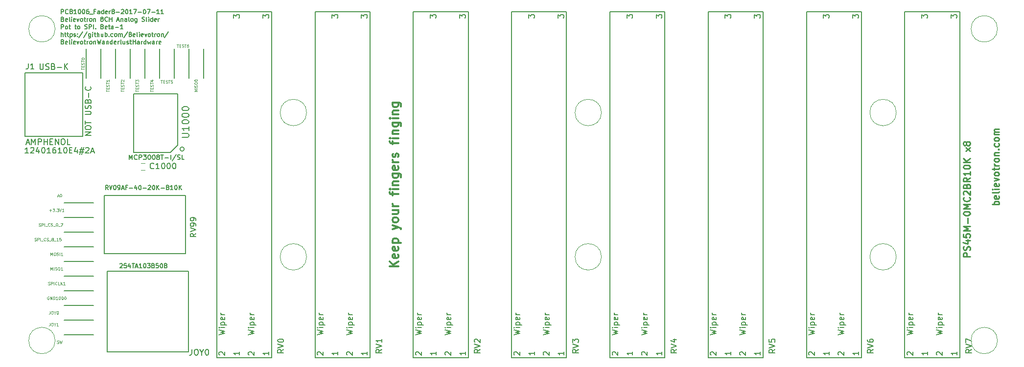
<source format=gbr>
G04 #@! TF.FileFunction,Legend,Top*
%FSLAX46Y46*%
G04 Gerber Fmt 4.6, Leading zero omitted, Abs format (unit mm)*
G04 Created by KiCad (PCBNEW 4.0.4-stable) date 07/11/17 15:37:42*
%MOMM*%
%LPD*%
G01*
G04 APERTURE LIST*
%ADD10C,0.100000*%
%ADD11C,0.125000*%
%ADD12C,0.287500*%
%ADD13C,0.200000*%
%ADD14C,0.187500*%
%ADD15C,0.300000*%
%ADD16C,0.120000*%
%ADD17C,0.150000*%
G04 APERTURE END LIST*
D10*
D11*
X5619429Y3522619D02*
X5690858Y3498810D01*
X5809905Y3498810D01*
X5857524Y3522619D01*
X5881334Y3546429D01*
X5905143Y3594048D01*
X5905143Y3641667D01*
X5881334Y3689286D01*
X5857524Y3713095D01*
X5809905Y3736905D01*
X5714667Y3760714D01*
X5667048Y3784524D01*
X5643239Y3808333D01*
X5619429Y3855952D01*
X5619429Y3903571D01*
X5643239Y3951190D01*
X5667048Y3975000D01*
X5714667Y3998810D01*
X5833715Y3998810D01*
X5905143Y3975000D01*
X6071810Y3998810D02*
X6190857Y3498810D01*
X6286095Y3855952D01*
X6381333Y3498810D01*
X6500381Y3998810D01*
X4389144Y7046810D02*
X4389144Y6689667D01*
X4365334Y6618238D01*
X4317715Y6570619D01*
X4246287Y6546810D01*
X4198668Y6546810D01*
X4722477Y7046810D02*
X4817715Y7046810D01*
X4865334Y7023000D01*
X4912953Y6975381D01*
X4936762Y6880143D01*
X4936762Y6713476D01*
X4912953Y6618238D01*
X4865334Y6570619D01*
X4817715Y6546810D01*
X4722477Y6546810D01*
X4674858Y6570619D01*
X4627239Y6618238D01*
X4603429Y6713476D01*
X4603429Y6880143D01*
X4627239Y6975381D01*
X4674858Y7023000D01*
X4722477Y7046810D01*
X5246287Y6784905D02*
X5246287Y6546810D01*
X5079620Y7046810D02*
X5246287Y6784905D01*
X5412953Y7046810D01*
X5841524Y6546810D02*
X5555810Y6546810D01*
X5698667Y6546810D02*
X5698667Y7046810D01*
X5651048Y6975381D01*
X5603429Y6927762D01*
X5555810Y6903952D01*
X4389144Y9078810D02*
X4389144Y8721667D01*
X4365334Y8650238D01*
X4317715Y8602619D01*
X4246287Y8578810D01*
X4198668Y8578810D01*
X4722477Y9078810D02*
X4817715Y9078810D01*
X4865334Y9055000D01*
X4912953Y9007381D01*
X4936762Y8912143D01*
X4936762Y8745476D01*
X4912953Y8650238D01*
X4865334Y8602619D01*
X4817715Y8578810D01*
X4722477Y8578810D01*
X4674858Y8602619D01*
X4627239Y8650238D01*
X4603429Y8745476D01*
X4603429Y8912143D01*
X4627239Y9007381D01*
X4674858Y9055000D01*
X4722477Y9078810D01*
X5246287Y8816905D02*
X5246287Y8578810D01*
X5079620Y9078810D02*
X5246287Y8816905D01*
X5412953Y9078810D01*
X5674858Y9078810D02*
X5722477Y9078810D01*
X5770096Y9055000D01*
X5793905Y9031190D01*
X5817715Y8983571D01*
X5841524Y8888333D01*
X5841524Y8769286D01*
X5817715Y8674048D01*
X5793905Y8626429D01*
X5770096Y8602619D01*
X5722477Y8578810D01*
X5674858Y8578810D01*
X5627239Y8602619D01*
X5603429Y8626429D01*
X5579620Y8674048D01*
X5555810Y8769286D01*
X5555810Y8888333D01*
X5579620Y8983571D01*
X5603429Y9031190D01*
X5627239Y9055000D01*
X5674858Y9078810D01*
D12*
X163540238Y18578096D02*
X162390238Y18578096D01*
X162390238Y19016191D01*
X162445000Y19125715D01*
X162499762Y19180476D01*
X162609286Y19235238D01*
X162773571Y19235238D01*
X162883095Y19180476D01*
X162937857Y19125715D01*
X162992619Y19016191D01*
X162992619Y18578096D01*
X163485476Y19673334D02*
X163540238Y19837619D01*
X163540238Y20111429D01*
X163485476Y20220953D01*
X163430714Y20275715D01*
X163321190Y20330476D01*
X163211667Y20330476D01*
X163102143Y20275715D01*
X163047381Y20220953D01*
X162992619Y20111429D01*
X162937857Y19892381D01*
X162883095Y19782857D01*
X162828333Y19728096D01*
X162718810Y19673334D01*
X162609286Y19673334D01*
X162499762Y19728096D01*
X162445000Y19782857D01*
X162390238Y19892381D01*
X162390238Y20166191D01*
X162445000Y20330476D01*
X162773571Y21316191D02*
X163540238Y21316191D01*
X162335476Y21042381D02*
X163156905Y20768572D01*
X163156905Y21480476D01*
X162390238Y22466191D02*
X162390238Y21918572D01*
X162937857Y21863810D01*
X162883095Y21918572D01*
X162828333Y22028095D01*
X162828333Y22301905D01*
X162883095Y22411429D01*
X162937857Y22466191D01*
X163047381Y22520952D01*
X163321190Y22520952D01*
X163430714Y22466191D01*
X163485476Y22411429D01*
X163540238Y22301905D01*
X163540238Y22028095D01*
X163485476Y21918572D01*
X163430714Y21863810D01*
X163540238Y23013810D02*
X162390238Y23013810D01*
X163211667Y23397143D01*
X162390238Y23780476D01*
X163540238Y23780476D01*
X163102143Y24328096D02*
X163102143Y25204286D01*
X162390238Y25970953D02*
X162390238Y26080477D01*
X162445000Y26190001D01*
X162499762Y26244763D01*
X162609286Y26299525D01*
X162828333Y26354286D01*
X163102143Y26354286D01*
X163321190Y26299525D01*
X163430714Y26244763D01*
X163485476Y26190001D01*
X163540238Y26080477D01*
X163540238Y25970953D01*
X163485476Y25861429D01*
X163430714Y25806667D01*
X163321190Y25751906D01*
X163102143Y25697144D01*
X162828333Y25697144D01*
X162609286Y25751906D01*
X162499762Y25806667D01*
X162445000Y25861429D01*
X162390238Y25970953D01*
X163540238Y26847144D02*
X162390238Y26847144D01*
X163211667Y27230477D01*
X162390238Y27613810D01*
X163540238Y27613810D01*
X163430714Y28818572D02*
X163485476Y28763810D01*
X163540238Y28599525D01*
X163540238Y28490001D01*
X163485476Y28325715D01*
X163375952Y28216191D01*
X163266429Y28161430D01*
X163047381Y28106668D01*
X162883095Y28106668D01*
X162664048Y28161430D01*
X162554524Y28216191D01*
X162445000Y28325715D01*
X162390238Y28490001D01*
X162390238Y28599525D01*
X162445000Y28763810D01*
X162499762Y28818572D01*
X162499762Y29256668D02*
X162445000Y29311430D01*
X162390238Y29420953D01*
X162390238Y29694763D01*
X162445000Y29804287D01*
X162499762Y29859049D01*
X162609286Y29913810D01*
X162718810Y29913810D01*
X162883095Y29859049D01*
X163540238Y29201906D01*
X163540238Y29913810D01*
X162937857Y30790001D02*
X162992619Y30954287D01*
X163047381Y31009048D01*
X163156905Y31063810D01*
X163321190Y31063810D01*
X163430714Y31009048D01*
X163485476Y30954287D01*
X163540238Y30844763D01*
X163540238Y30406668D01*
X162390238Y30406668D01*
X162390238Y30790001D01*
X162445000Y30899525D01*
X162499762Y30954287D01*
X162609286Y31009048D01*
X162718810Y31009048D01*
X162828333Y30954287D01*
X162883095Y30899525D01*
X162937857Y30790001D01*
X162937857Y30406668D01*
X163540238Y32213810D02*
X162992619Y31830477D01*
X163540238Y31556668D02*
X162390238Y31556668D01*
X162390238Y31994763D01*
X162445000Y32104287D01*
X162499762Y32159048D01*
X162609286Y32213810D01*
X162773571Y32213810D01*
X162883095Y32159048D01*
X162937857Y32104287D01*
X162992619Y31994763D01*
X162992619Y31556668D01*
X163540238Y33309048D02*
X163540238Y32651906D01*
X163540238Y32980477D02*
X162390238Y32980477D01*
X162554524Y32870953D01*
X162664048Y32761429D01*
X162718810Y32651906D01*
X162390238Y34020953D02*
X162390238Y34130477D01*
X162445000Y34240001D01*
X162499762Y34294763D01*
X162609286Y34349525D01*
X162828333Y34404286D01*
X163102143Y34404286D01*
X163321190Y34349525D01*
X163430714Y34294763D01*
X163485476Y34240001D01*
X163540238Y34130477D01*
X163540238Y34020953D01*
X163485476Y33911429D01*
X163430714Y33856667D01*
X163321190Y33801906D01*
X163102143Y33747144D01*
X162828333Y33747144D01*
X162609286Y33801906D01*
X162499762Y33856667D01*
X162445000Y33911429D01*
X162390238Y34020953D01*
X163540238Y34897144D02*
X162390238Y34897144D01*
X163540238Y35554286D02*
X162883095Y35061429D01*
X162390238Y35554286D02*
X163047381Y34897144D01*
X163540238Y36813810D02*
X162773571Y37416191D01*
X162773571Y36813810D02*
X163540238Y37416191D01*
X162883095Y38018571D02*
X162828333Y37909047D01*
X162773571Y37854286D01*
X162664048Y37799524D01*
X162609286Y37799524D01*
X162499762Y37854286D01*
X162445000Y37909047D01*
X162390238Y38018571D01*
X162390238Y38237619D01*
X162445000Y38347143D01*
X162499762Y38401905D01*
X162609286Y38456666D01*
X162664048Y38456666D01*
X162773571Y38401905D01*
X162828333Y38347143D01*
X162883095Y38237619D01*
X162883095Y38018571D01*
X162937857Y37909047D01*
X162992619Y37854286D01*
X163102143Y37799524D01*
X163321190Y37799524D01*
X163430714Y37854286D01*
X163485476Y37909047D01*
X163540238Y38018571D01*
X163540238Y38237619D01*
X163485476Y38347143D01*
X163430714Y38401905D01*
X163321190Y38456666D01*
X163102143Y38456666D01*
X162992619Y38401905D01*
X162937857Y38347143D01*
X162883095Y38237619D01*
D13*
X11890000Y4995000D02*
X6810000Y4995000D01*
X11890000Y7535000D02*
X6810000Y7535000D01*
D14*
X16502570Y17272286D02*
X16538284Y17308000D01*
X16609713Y17343714D01*
X16788284Y17343714D01*
X16859713Y17308000D01*
X16895427Y17272286D01*
X16931142Y17200857D01*
X16931142Y17129429D01*
X16895427Y17022286D01*
X16466856Y16593714D01*
X16931142Y16593714D01*
X17609713Y17343714D02*
X17252570Y17343714D01*
X17216856Y16986571D01*
X17252570Y17022286D01*
X17323999Y17058000D01*
X17502570Y17058000D01*
X17573999Y17022286D01*
X17609713Y16986571D01*
X17645428Y16915143D01*
X17645428Y16736571D01*
X17609713Y16665143D01*
X17573999Y16629429D01*
X17502570Y16593714D01*
X17323999Y16593714D01*
X17252570Y16629429D01*
X17216856Y16665143D01*
X18288285Y17093714D02*
X18288285Y16593714D01*
X18109714Y17379429D02*
X17931142Y16843714D01*
X18395428Y16843714D01*
X18574000Y17343714D02*
X19002571Y17343714D01*
X18788285Y16593714D02*
X18788285Y17343714D01*
X19216857Y16808000D02*
X19574000Y16808000D01*
X19145429Y16593714D02*
X19395429Y17343714D01*
X19645429Y16593714D01*
X20288286Y16593714D02*
X19859714Y16593714D01*
X20074000Y16593714D02*
X20074000Y17343714D01*
X20002571Y17236571D01*
X19931143Y17165143D01*
X19859714Y17129429D01*
X20752572Y17343714D02*
X20824000Y17343714D01*
X20895429Y17308000D01*
X20931143Y17272286D01*
X20966857Y17200857D01*
X21002572Y17058000D01*
X21002572Y16879429D01*
X20966857Y16736571D01*
X20931143Y16665143D01*
X20895429Y16629429D01*
X20824000Y16593714D01*
X20752572Y16593714D01*
X20681143Y16629429D01*
X20645429Y16665143D01*
X20609714Y16736571D01*
X20574000Y16879429D01*
X20574000Y17058000D01*
X20609714Y17200857D01*
X20645429Y17272286D01*
X20681143Y17308000D01*
X20752572Y17343714D01*
X21252572Y17343714D02*
X21716858Y17343714D01*
X21466858Y17058000D01*
X21574000Y17058000D01*
X21645429Y17022286D01*
X21681143Y16986571D01*
X21716858Y16915143D01*
X21716858Y16736571D01*
X21681143Y16665143D01*
X21645429Y16629429D01*
X21574000Y16593714D01*
X21359715Y16593714D01*
X21288286Y16629429D01*
X21252572Y16665143D01*
X22288286Y16986571D02*
X22395429Y16950857D01*
X22431144Y16915143D01*
X22466858Y16843714D01*
X22466858Y16736571D01*
X22431144Y16665143D01*
X22395429Y16629429D01*
X22324001Y16593714D01*
X22038286Y16593714D01*
X22038286Y17343714D01*
X22288286Y17343714D01*
X22359715Y17308000D01*
X22395429Y17272286D01*
X22431144Y17200857D01*
X22431144Y17129429D01*
X22395429Y17058000D01*
X22359715Y17022286D01*
X22288286Y16986571D01*
X22038286Y16986571D01*
X23145429Y17343714D02*
X22788286Y17343714D01*
X22752572Y16986571D01*
X22788286Y17022286D01*
X22859715Y17058000D01*
X23038286Y17058000D01*
X23109715Y17022286D01*
X23145429Y16986571D01*
X23181144Y16915143D01*
X23181144Y16736571D01*
X23145429Y16665143D01*
X23109715Y16629429D01*
X23038286Y16593714D01*
X22859715Y16593714D01*
X22788286Y16629429D01*
X22752572Y16665143D01*
X23645430Y17343714D02*
X23716858Y17343714D01*
X23788287Y17308000D01*
X23824001Y17272286D01*
X23859715Y17200857D01*
X23895430Y17058000D01*
X23895430Y16879429D01*
X23859715Y16736571D01*
X23824001Y16665143D01*
X23788287Y16629429D01*
X23716858Y16593714D01*
X23645430Y16593714D01*
X23574001Y16629429D01*
X23538287Y16665143D01*
X23502572Y16736571D01*
X23466858Y16879429D01*
X23466858Y17058000D01*
X23502572Y17200857D01*
X23538287Y17272286D01*
X23574001Y17308000D01*
X23645430Y17343714D01*
X24466858Y16986571D02*
X24574001Y16950857D01*
X24609716Y16915143D01*
X24645430Y16843714D01*
X24645430Y16736571D01*
X24609716Y16665143D01*
X24574001Y16629429D01*
X24502573Y16593714D01*
X24216858Y16593714D01*
X24216858Y17343714D01*
X24466858Y17343714D01*
X24538287Y17308000D01*
X24574001Y17272286D01*
X24609716Y17200857D01*
X24609716Y17129429D01*
X24574001Y17058000D01*
X24538287Y17022286D01*
X24466858Y16986571D01*
X24216858Y16986571D01*
X14466857Y30140714D02*
X14216857Y30497857D01*
X14038285Y30140714D02*
X14038285Y30890714D01*
X14324000Y30890714D01*
X14395428Y30855000D01*
X14431143Y30819286D01*
X14466857Y30747857D01*
X14466857Y30640714D01*
X14431143Y30569286D01*
X14395428Y30533571D01*
X14324000Y30497857D01*
X14038285Y30497857D01*
X14681143Y30890714D02*
X14931143Y30140714D01*
X15181143Y30890714D01*
X15574000Y30890714D02*
X15645428Y30890714D01*
X15716857Y30855000D01*
X15752571Y30819286D01*
X15788285Y30747857D01*
X15824000Y30605000D01*
X15824000Y30426429D01*
X15788285Y30283571D01*
X15752571Y30212143D01*
X15716857Y30176429D01*
X15645428Y30140714D01*
X15574000Y30140714D01*
X15502571Y30176429D01*
X15466857Y30212143D01*
X15431142Y30283571D01*
X15395428Y30426429D01*
X15395428Y30605000D01*
X15431142Y30747857D01*
X15466857Y30819286D01*
X15502571Y30855000D01*
X15574000Y30890714D01*
X16181143Y30140714D02*
X16324000Y30140714D01*
X16395428Y30176429D01*
X16431143Y30212143D01*
X16502571Y30319286D01*
X16538286Y30462143D01*
X16538286Y30747857D01*
X16502571Y30819286D01*
X16466857Y30855000D01*
X16395428Y30890714D01*
X16252571Y30890714D01*
X16181143Y30855000D01*
X16145428Y30819286D01*
X16109714Y30747857D01*
X16109714Y30569286D01*
X16145428Y30497857D01*
X16181143Y30462143D01*
X16252571Y30426429D01*
X16395428Y30426429D01*
X16466857Y30462143D01*
X16502571Y30497857D01*
X16538286Y30569286D01*
X16824000Y30355000D02*
X17181143Y30355000D01*
X16752572Y30140714D02*
X17002572Y30890714D01*
X17252572Y30140714D01*
X17752571Y30533571D02*
X17502571Y30533571D01*
X17502571Y30140714D02*
X17502571Y30890714D01*
X17859714Y30890714D01*
X18145428Y30426429D02*
X18716857Y30426429D01*
X19395428Y30640714D02*
X19395428Y30140714D01*
X19216857Y30926429D02*
X19038285Y30390714D01*
X19502571Y30390714D01*
X19931143Y30890714D02*
X20002571Y30890714D01*
X20074000Y30855000D01*
X20109714Y30819286D01*
X20145428Y30747857D01*
X20181143Y30605000D01*
X20181143Y30426429D01*
X20145428Y30283571D01*
X20109714Y30212143D01*
X20074000Y30176429D01*
X20002571Y30140714D01*
X19931143Y30140714D01*
X19859714Y30176429D01*
X19824000Y30212143D01*
X19788285Y30283571D01*
X19752571Y30426429D01*
X19752571Y30605000D01*
X19788285Y30747857D01*
X19824000Y30819286D01*
X19859714Y30855000D01*
X19931143Y30890714D01*
X20502571Y30426429D02*
X21074000Y30426429D01*
X21395428Y30819286D02*
X21431142Y30855000D01*
X21502571Y30890714D01*
X21681142Y30890714D01*
X21752571Y30855000D01*
X21788285Y30819286D01*
X21824000Y30747857D01*
X21824000Y30676429D01*
X21788285Y30569286D01*
X21359714Y30140714D01*
X21824000Y30140714D01*
X22288286Y30890714D02*
X22359714Y30890714D01*
X22431143Y30855000D01*
X22466857Y30819286D01*
X22502571Y30747857D01*
X22538286Y30605000D01*
X22538286Y30426429D01*
X22502571Y30283571D01*
X22466857Y30212143D01*
X22431143Y30176429D01*
X22359714Y30140714D01*
X22288286Y30140714D01*
X22216857Y30176429D01*
X22181143Y30212143D01*
X22145428Y30283571D01*
X22109714Y30426429D01*
X22109714Y30605000D01*
X22145428Y30747857D01*
X22181143Y30819286D01*
X22216857Y30855000D01*
X22288286Y30890714D01*
X22859714Y30140714D02*
X22859714Y30890714D01*
X23288286Y30140714D02*
X22966857Y30569286D01*
X23288286Y30890714D02*
X22859714Y30462143D01*
X23609714Y30426429D02*
X24181143Y30426429D01*
X24788285Y30533571D02*
X24895428Y30497857D01*
X24931143Y30462143D01*
X24966857Y30390714D01*
X24966857Y30283571D01*
X24931143Y30212143D01*
X24895428Y30176429D01*
X24824000Y30140714D01*
X24538285Y30140714D01*
X24538285Y30890714D01*
X24788285Y30890714D01*
X24859714Y30855000D01*
X24895428Y30819286D01*
X24931143Y30747857D01*
X24931143Y30676429D01*
X24895428Y30605000D01*
X24859714Y30569286D01*
X24788285Y30533571D01*
X24538285Y30533571D01*
X25681143Y30140714D02*
X25252571Y30140714D01*
X25466857Y30140714D02*
X25466857Y30890714D01*
X25395428Y30783571D01*
X25324000Y30712143D01*
X25252571Y30676429D01*
X26145429Y30890714D02*
X26216857Y30890714D01*
X26288286Y30855000D01*
X26324000Y30819286D01*
X26359714Y30747857D01*
X26395429Y30605000D01*
X26395429Y30426429D01*
X26359714Y30283571D01*
X26324000Y30212143D01*
X26288286Y30176429D01*
X26216857Y30140714D01*
X26145429Y30140714D01*
X26074000Y30176429D01*
X26038286Y30212143D01*
X26002571Y30283571D01*
X25966857Y30426429D01*
X25966857Y30605000D01*
X26002571Y30747857D01*
X26038286Y30819286D01*
X26074000Y30855000D01*
X26145429Y30890714D01*
X26716857Y30140714D02*
X26716857Y30890714D01*
X27145429Y30140714D02*
X26824000Y30569286D01*
X27145429Y30890714D02*
X26716857Y30462143D01*
D13*
X18107238Y35367095D02*
X18107238Y36167095D01*
X18373905Y35595667D01*
X18640572Y36167095D01*
X18640572Y35367095D01*
X19478667Y35443286D02*
X19440572Y35405190D01*
X19326286Y35367095D01*
X19250096Y35367095D01*
X19135810Y35405190D01*
X19059619Y35481381D01*
X19021524Y35557571D01*
X18983429Y35709952D01*
X18983429Y35824238D01*
X19021524Y35976619D01*
X19059619Y36052810D01*
X19135810Y36129000D01*
X19250096Y36167095D01*
X19326286Y36167095D01*
X19440572Y36129000D01*
X19478667Y36090905D01*
X19821524Y35367095D02*
X19821524Y36167095D01*
X20126286Y36167095D01*
X20202477Y36129000D01*
X20240572Y36090905D01*
X20278667Y36014714D01*
X20278667Y35900429D01*
X20240572Y35824238D01*
X20202477Y35786143D01*
X20126286Y35748048D01*
X19821524Y35748048D01*
X20545334Y36167095D02*
X21040572Y36167095D01*
X20773905Y35862333D01*
X20888191Y35862333D01*
X20964381Y35824238D01*
X21002477Y35786143D01*
X21040572Y35709952D01*
X21040572Y35519476D01*
X21002477Y35443286D01*
X20964381Y35405190D01*
X20888191Y35367095D01*
X20659619Y35367095D01*
X20583429Y35405190D01*
X20545334Y35443286D01*
X21535810Y36167095D02*
X21612001Y36167095D01*
X21688191Y36129000D01*
X21726286Y36090905D01*
X21764382Y36014714D01*
X21802477Y35862333D01*
X21802477Y35671857D01*
X21764382Y35519476D01*
X21726286Y35443286D01*
X21688191Y35405190D01*
X21612001Y35367095D01*
X21535810Y35367095D01*
X21459620Y35405190D01*
X21421524Y35443286D01*
X21383429Y35519476D01*
X21345334Y35671857D01*
X21345334Y35862333D01*
X21383429Y36014714D01*
X21421524Y36090905D01*
X21459620Y36129000D01*
X21535810Y36167095D01*
X22297715Y36167095D02*
X22373906Y36167095D01*
X22450096Y36129000D01*
X22488191Y36090905D01*
X22526287Y36014714D01*
X22564382Y35862333D01*
X22564382Y35671857D01*
X22526287Y35519476D01*
X22488191Y35443286D01*
X22450096Y35405190D01*
X22373906Y35367095D01*
X22297715Y35367095D01*
X22221525Y35405190D01*
X22183429Y35443286D01*
X22145334Y35519476D01*
X22107239Y35671857D01*
X22107239Y35862333D01*
X22145334Y36014714D01*
X22183429Y36090905D01*
X22221525Y36129000D01*
X22297715Y36167095D01*
X23021525Y35824238D02*
X22945334Y35862333D01*
X22907239Y35900429D01*
X22869144Y35976619D01*
X22869144Y36014714D01*
X22907239Y36090905D01*
X22945334Y36129000D01*
X23021525Y36167095D01*
X23173906Y36167095D01*
X23250096Y36129000D01*
X23288192Y36090905D01*
X23326287Y36014714D01*
X23326287Y35976619D01*
X23288192Y35900429D01*
X23250096Y35862333D01*
X23173906Y35824238D01*
X23021525Y35824238D01*
X22945334Y35786143D01*
X22907239Y35748048D01*
X22869144Y35671857D01*
X22869144Y35519476D01*
X22907239Y35443286D01*
X22945334Y35405190D01*
X23021525Y35367095D01*
X23173906Y35367095D01*
X23250096Y35405190D01*
X23288192Y35443286D01*
X23326287Y35519476D01*
X23326287Y35671857D01*
X23288192Y35748048D01*
X23250096Y35786143D01*
X23173906Y35824238D01*
X23554858Y36167095D02*
X24012001Y36167095D01*
X23783430Y35367095D02*
X23783430Y36167095D01*
X24278668Y35671857D02*
X24888192Y35671857D01*
X25269144Y35367095D02*
X25269144Y36167095D01*
X26221525Y36205190D02*
X25535810Y35176619D01*
X26450096Y35405190D02*
X26564382Y35367095D01*
X26754858Y35367095D01*
X26831048Y35405190D01*
X26869144Y35443286D01*
X26907239Y35519476D01*
X26907239Y35595667D01*
X26869144Y35671857D01*
X26831048Y35709952D01*
X26754858Y35748048D01*
X26602477Y35786143D01*
X26526286Y35824238D01*
X26488191Y35862333D01*
X26450096Y35938524D01*
X26450096Y36014714D01*
X26488191Y36090905D01*
X26526286Y36129000D01*
X26602477Y36167095D01*
X26792953Y36167095D01*
X26907239Y36129000D01*
X27631049Y35367095D02*
X27250096Y35367095D01*
X27250096Y36167095D01*
D12*
X168520238Y27580954D02*
X167370238Y27580954D01*
X167808333Y27580954D02*
X167753571Y27690477D01*
X167753571Y27909525D01*
X167808333Y28019049D01*
X167863095Y28073811D01*
X167972619Y28128573D01*
X168301190Y28128573D01*
X168410714Y28073811D01*
X168465476Y28019049D01*
X168520238Y27909525D01*
X168520238Y27690477D01*
X168465476Y27580954D01*
X168465476Y29059525D02*
X168520238Y28950001D01*
X168520238Y28730953D01*
X168465476Y28621430D01*
X168355952Y28566668D01*
X167917857Y28566668D01*
X167808333Y28621430D01*
X167753571Y28730953D01*
X167753571Y28950001D01*
X167808333Y29059525D01*
X167917857Y29114287D01*
X168027381Y29114287D01*
X168136905Y28566668D01*
X168520238Y29771429D02*
X168465476Y29661905D01*
X168355952Y29607144D01*
X167370238Y29607144D01*
X168520238Y30209525D02*
X167753571Y30209525D01*
X167370238Y30209525D02*
X167425000Y30154763D01*
X167479762Y30209525D01*
X167425000Y30264286D01*
X167370238Y30209525D01*
X167479762Y30209525D01*
X168465476Y31195239D02*
X168520238Y31085715D01*
X168520238Y30866667D01*
X168465476Y30757144D01*
X168355952Y30702382D01*
X167917857Y30702382D01*
X167808333Y30757144D01*
X167753571Y30866667D01*
X167753571Y31085715D01*
X167808333Y31195239D01*
X167917857Y31250001D01*
X168027381Y31250001D01*
X168136905Y30702382D01*
X167753571Y31633334D02*
X168520238Y31907143D01*
X167753571Y32180953D01*
X168520238Y32783333D02*
X168465476Y32673809D01*
X168410714Y32619048D01*
X168301190Y32564286D01*
X167972619Y32564286D01*
X167863095Y32619048D01*
X167808333Y32673809D01*
X167753571Y32783333D01*
X167753571Y32947619D01*
X167808333Y33057143D01*
X167863095Y33111905D01*
X167972619Y33166667D01*
X168301190Y33166667D01*
X168410714Y33111905D01*
X168465476Y33057143D01*
X168520238Y32947619D01*
X168520238Y32783333D01*
X167753571Y33495238D02*
X167753571Y33933333D01*
X167370238Y33659524D02*
X168355952Y33659524D01*
X168465476Y33714285D01*
X168520238Y33823809D01*
X168520238Y33933333D01*
X168520238Y34316667D02*
X167753571Y34316667D01*
X167972619Y34316667D02*
X167863095Y34371428D01*
X167808333Y34426190D01*
X167753571Y34535714D01*
X167753571Y34645238D01*
X168520238Y35192857D02*
X168465476Y35083333D01*
X168410714Y35028572D01*
X168301190Y34973810D01*
X167972619Y34973810D01*
X167863095Y35028572D01*
X167808333Y35083333D01*
X167753571Y35192857D01*
X167753571Y35357143D01*
X167808333Y35466667D01*
X167863095Y35521429D01*
X167972619Y35576191D01*
X168301190Y35576191D01*
X168410714Y35521429D01*
X168465476Y35466667D01*
X168520238Y35357143D01*
X168520238Y35192857D01*
X167753571Y36069048D02*
X168520238Y36069048D01*
X167863095Y36069048D02*
X167808333Y36123809D01*
X167753571Y36233333D01*
X167753571Y36397619D01*
X167808333Y36507143D01*
X167917857Y36561905D01*
X168520238Y36561905D01*
X168410714Y37109524D02*
X168465476Y37164285D01*
X168520238Y37109524D01*
X168465476Y37054762D01*
X168410714Y37109524D01*
X168520238Y37109524D01*
X168465476Y38150000D02*
X168520238Y38040476D01*
X168520238Y37821428D01*
X168465476Y37711904D01*
X168410714Y37657143D01*
X168301190Y37602381D01*
X167972619Y37602381D01*
X167863095Y37657143D01*
X167808333Y37711904D01*
X167753571Y37821428D01*
X167753571Y38040476D01*
X167808333Y38150000D01*
X168520238Y38807142D02*
X168465476Y38697618D01*
X168410714Y38642857D01*
X168301190Y38588095D01*
X167972619Y38588095D01*
X167863095Y38642857D01*
X167808333Y38697618D01*
X167753571Y38807142D01*
X167753571Y38971428D01*
X167808333Y39080952D01*
X167863095Y39135714D01*
X167972619Y39190476D01*
X168301190Y39190476D01*
X168410714Y39135714D01*
X168465476Y39080952D01*
X168520238Y38971428D01*
X168520238Y38807142D01*
X168520238Y39683333D02*
X167753571Y39683333D01*
X167863095Y39683333D02*
X167808333Y39738094D01*
X167753571Y39847618D01*
X167753571Y40011904D01*
X167808333Y40121428D01*
X167917857Y40176190D01*
X168520238Y40176190D01*
X167917857Y40176190D02*
X167808333Y40230952D01*
X167753571Y40340475D01*
X167753571Y40504761D01*
X167808333Y40614285D01*
X167917857Y40669047D01*
X168520238Y40669047D01*
D15*
X64638571Y16851429D02*
X63138571Y16851429D01*
X64638571Y17708572D02*
X63781429Y17065715D01*
X63138571Y17708572D02*
X63995714Y16851429D01*
X64567143Y18922857D02*
X64638571Y18780000D01*
X64638571Y18494286D01*
X64567143Y18351429D01*
X64424286Y18280000D01*
X63852857Y18280000D01*
X63710000Y18351429D01*
X63638571Y18494286D01*
X63638571Y18780000D01*
X63710000Y18922857D01*
X63852857Y18994286D01*
X63995714Y18994286D01*
X64138571Y18280000D01*
X64567143Y20208571D02*
X64638571Y20065714D01*
X64638571Y19780000D01*
X64567143Y19637143D01*
X64424286Y19565714D01*
X63852857Y19565714D01*
X63710000Y19637143D01*
X63638571Y19780000D01*
X63638571Y20065714D01*
X63710000Y20208571D01*
X63852857Y20280000D01*
X63995714Y20280000D01*
X64138571Y19565714D01*
X63638571Y20922857D02*
X65138571Y20922857D01*
X63710000Y20922857D02*
X63638571Y21065714D01*
X63638571Y21351428D01*
X63710000Y21494285D01*
X63781429Y21565714D01*
X63924286Y21637143D01*
X64352857Y21637143D01*
X64495714Y21565714D01*
X64567143Y21494285D01*
X64638571Y21351428D01*
X64638571Y21065714D01*
X64567143Y20922857D01*
X63638571Y23280000D02*
X64638571Y23637143D01*
X63638571Y23994285D02*
X64638571Y23637143D01*
X64995714Y23494285D01*
X65067143Y23422857D01*
X65138571Y23280000D01*
X64638571Y24780000D02*
X64567143Y24637142D01*
X64495714Y24565714D01*
X64352857Y24494285D01*
X63924286Y24494285D01*
X63781429Y24565714D01*
X63710000Y24637142D01*
X63638571Y24780000D01*
X63638571Y24994285D01*
X63710000Y25137142D01*
X63781429Y25208571D01*
X63924286Y25280000D01*
X64352857Y25280000D01*
X64495714Y25208571D01*
X64567143Y25137142D01*
X64638571Y24994285D01*
X64638571Y24780000D01*
X63638571Y26565714D02*
X64638571Y26565714D01*
X63638571Y25922857D02*
X64424286Y25922857D01*
X64567143Y25994285D01*
X64638571Y26137143D01*
X64638571Y26351428D01*
X64567143Y26494285D01*
X64495714Y26565714D01*
X64638571Y27280000D02*
X63638571Y27280000D01*
X63924286Y27280000D02*
X63781429Y27351428D01*
X63710000Y27422857D01*
X63638571Y27565714D01*
X63638571Y27708571D01*
X63638571Y29137142D02*
X63638571Y29708571D01*
X64638571Y29351428D02*
X63352857Y29351428D01*
X63210000Y29422856D01*
X63138571Y29565714D01*
X63138571Y29708571D01*
X64638571Y30208571D02*
X63638571Y30208571D01*
X63138571Y30208571D02*
X63210000Y30137142D01*
X63281429Y30208571D01*
X63210000Y30279999D01*
X63138571Y30208571D01*
X63281429Y30208571D01*
X63638571Y30922857D02*
X64638571Y30922857D01*
X63781429Y30922857D02*
X63710000Y30994285D01*
X63638571Y31137143D01*
X63638571Y31351428D01*
X63710000Y31494285D01*
X63852857Y31565714D01*
X64638571Y31565714D01*
X63638571Y32922857D02*
X64852857Y32922857D01*
X64995714Y32851428D01*
X65067143Y32780000D01*
X65138571Y32637143D01*
X65138571Y32422857D01*
X65067143Y32280000D01*
X64567143Y32922857D02*
X64638571Y32780000D01*
X64638571Y32494286D01*
X64567143Y32351428D01*
X64495714Y32280000D01*
X64352857Y32208571D01*
X63924286Y32208571D01*
X63781429Y32280000D01*
X63710000Y32351428D01*
X63638571Y32494286D01*
X63638571Y32780000D01*
X63710000Y32922857D01*
X64567143Y34208571D02*
X64638571Y34065714D01*
X64638571Y33780000D01*
X64567143Y33637143D01*
X64424286Y33565714D01*
X63852857Y33565714D01*
X63710000Y33637143D01*
X63638571Y33780000D01*
X63638571Y34065714D01*
X63710000Y34208571D01*
X63852857Y34280000D01*
X63995714Y34280000D01*
X64138571Y33565714D01*
X64638571Y34922857D02*
X63638571Y34922857D01*
X63924286Y34922857D02*
X63781429Y34994285D01*
X63710000Y35065714D01*
X63638571Y35208571D01*
X63638571Y35351428D01*
X64567143Y35779999D02*
X64638571Y35922856D01*
X64638571Y36208571D01*
X64567143Y36351428D01*
X64424286Y36422856D01*
X64352857Y36422856D01*
X64210000Y36351428D01*
X64138571Y36208571D01*
X64138571Y35994285D01*
X64067143Y35851428D01*
X63924286Y35779999D01*
X63852857Y35779999D01*
X63710000Y35851428D01*
X63638571Y35994285D01*
X63638571Y36208571D01*
X63710000Y36351428D01*
X63638571Y37994285D02*
X63638571Y38565714D01*
X64638571Y38208571D02*
X63352857Y38208571D01*
X63210000Y38279999D01*
X63138571Y38422857D01*
X63138571Y38565714D01*
X64638571Y39065714D02*
X63638571Y39065714D01*
X63138571Y39065714D02*
X63210000Y38994285D01*
X63281429Y39065714D01*
X63210000Y39137142D01*
X63138571Y39065714D01*
X63281429Y39065714D01*
X63638571Y39780000D02*
X64638571Y39780000D01*
X63781429Y39780000D02*
X63710000Y39851428D01*
X63638571Y39994286D01*
X63638571Y40208571D01*
X63710000Y40351428D01*
X63852857Y40422857D01*
X64638571Y40422857D01*
X63638571Y41780000D02*
X64852857Y41780000D01*
X64995714Y41708571D01*
X65067143Y41637143D01*
X65138571Y41494286D01*
X65138571Y41280000D01*
X65067143Y41137143D01*
X64567143Y41780000D02*
X64638571Y41637143D01*
X64638571Y41351429D01*
X64567143Y41208571D01*
X64495714Y41137143D01*
X64352857Y41065714D01*
X63924286Y41065714D01*
X63781429Y41137143D01*
X63710000Y41208571D01*
X63638571Y41351429D01*
X63638571Y41637143D01*
X63710000Y41780000D01*
X64638571Y42494286D02*
X63638571Y42494286D01*
X63138571Y42494286D02*
X63210000Y42422857D01*
X63281429Y42494286D01*
X63210000Y42565714D01*
X63138571Y42494286D01*
X63281429Y42494286D01*
X63638571Y43208572D02*
X64638571Y43208572D01*
X63781429Y43208572D02*
X63710000Y43280000D01*
X63638571Y43422858D01*
X63638571Y43637143D01*
X63710000Y43780000D01*
X63852857Y43851429D01*
X64638571Y43851429D01*
X63638571Y45208572D02*
X64852857Y45208572D01*
X64995714Y45137143D01*
X65067143Y45065715D01*
X65138571Y44922858D01*
X65138571Y44708572D01*
X65067143Y44565715D01*
X64567143Y45208572D02*
X64638571Y45065715D01*
X64638571Y44780001D01*
X64567143Y44637143D01*
X64495714Y44565715D01*
X64352857Y44494286D01*
X63924286Y44494286D01*
X63781429Y44565715D01*
X63710000Y44637143D01*
X63638571Y44780001D01*
X63638571Y45065715D01*
X63710000Y45208572D01*
D14*
X6353571Y60620714D02*
X6353571Y61370714D01*
X6639286Y61370714D01*
X6710714Y61335000D01*
X6746429Y61299286D01*
X6782143Y61227857D01*
X6782143Y61120714D01*
X6746429Y61049286D01*
X6710714Y61013571D01*
X6639286Y60977857D01*
X6353571Y60977857D01*
X7532143Y60692143D02*
X7496429Y60656429D01*
X7389286Y60620714D01*
X7317857Y60620714D01*
X7210714Y60656429D01*
X7139286Y60727857D01*
X7103571Y60799286D01*
X7067857Y60942143D01*
X7067857Y61049286D01*
X7103571Y61192143D01*
X7139286Y61263571D01*
X7210714Y61335000D01*
X7317857Y61370714D01*
X7389286Y61370714D01*
X7496429Y61335000D01*
X7532143Y61299286D01*
X8103571Y61013571D02*
X8210714Y60977857D01*
X8246429Y60942143D01*
X8282143Y60870714D01*
X8282143Y60763571D01*
X8246429Y60692143D01*
X8210714Y60656429D01*
X8139286Y60620714D01*
X7853571Y60620714D01*
X7853571Y61370714D01*
X8103571Y61370714D01*
X8175000Y61335000D01*
X8210714Y61299286D01*
X8246429Y61227857D01*
X8246429Y61156429D01*
X8210714Y61085000D01*
X8175000Y61049286D01*
X8103571Y61013571D01*
X7853571Y61013571D01*
X8996429Y60620714D02*
X8567857Y60620714D01*
X8782143Y60620714D02*
X8782143Y61370714D01*
X8710714Y61263571D01*
X8639286Y61192143D01*
X8567857Y61156429D01*
X9460715Y61370714D02*
X9532143Y61370714D01*
X9603572Y61335000D01*
X9639286Y61299286D01*
X9675000Y61227857D01*
X9710715Y61085000D01*
X9710715Y60906429D01*
X9675000Y60763571D01*
X9639286Y60692143D01*
X9603572Y60656429D01*
X9532143Y60620714D01*
X9460715Y60620714D01*
X9389286Y60656429D01*
X9353572Y60692143D01*
X9317857Y60763571D01*
X9282143Y60906429D01*
X9282143Y61085000D01*
X9317857Y61227857D01*
X9353572Y61299286D01*
X9389286Y61335000D01*
X9460715Y61370714D01*
X10175001Y61370714D02*
X10246429Y61370714D01*
X10317858Y61335000D01*
X10353572Y61299286D01*
X10389286Y61227857D01*
X10425001Y61085000D01*
X10425001Y60906429D01*
X10389286Y60763571D01*
X10353572Y60692143D01*
X10317858Y60656429D01*
X10246429Y60620714D01*
X10175001Y60620714D01*
X10103572Y60656429D01*
X10067858Y60692143D01*
X10032143Y60763571D01*
X9996429Y60906429D01*
X9996429Y61085000D01*
X10032143Y61227857D01*
X10067858Y61299286D01*
X10103572Y61335000D01*
X10175001Y61370714D01*
X11067858Y61370714D02*
X10925001Y61370714D01*
X10853572Y61335000D01*
X10817858Y61299286D01*
X10746429Y61192143D01*
X10710715Y61049286D01*
X10710715Y60763571D01*
X10746429Y60692143D01*
X10782144Y60656429D01*
X10853572Y60620714D01*
X10996429Y60620714D01*
X11067858Y60656429D01*
X11103572Y60692143D01*
X11139287Y60763571D01*
X11139287Y60942143D01*
X11103572Y61013571D01*
X11067858Y61049286D01*
X10996429Y61085000D01*
X10853572Y61085000D01*
X10782144Y61049286D01*
X10746429Y61013571D01*
X10710715Y60942143D01*
X11282144Y60549286D02*
X11853573Y60549286D01*
X12282144Y61013571D02*
X12032144Y61013571D01*
X12032144Y60620714D02*
X12032144Y61370714D01*
X12389287Y61370714D01*
X12996430Y60620714D02*
X12996430Y61013571D01*
X12960716Y61085000D01*
X12889287Y61120714D01*
X12746430Y61120714D01*
X12675001Y61085000D01*
X12996430Y60656429D02*
X12925001Y60620714D01*
X12746430Y60620714D01*
X12675001Y60656429D01*
X12639287Y60727857D01*
X12639287Y60799286D01*
X12675001Y60870714D01*
X12746430Y60906429D01*
X12925001Y60906429D01*
X12996430Y60942143D01*
X13675001Y60620714D02*
X13675001Y61370714D01*
X13675001Y60656429D02*
X13603572Y60620714D01*
X13460715Y60620714D01*
X13389287Y60656429D01*
X13353572Y60692143D01*
X13317858Y60763571D01*
X13317858Y60977857D01*
X13353572Y61049286D01*
X13389287Y61085000D01*
X13460715Y61120714D01*
X13603572Y61120714D01*
X13675001Y61085000D01*
X14317858Y60656429D02*
X14246429Y60620714D01*
X14103572Y60620714D01*
X14032143Y60656429D01*
X13996429Y60727857D01*
X13996429Y61013571D01*
X14032143Y61085000D01*
X14103572Y61120714D01*
X14246429Y61120714D01*
X14317858Y61085000D01*
X14353572Y61013571D01*
X14353572Y60942143D01*
X13996429Y60870714D01*
X14675000Y60620714D02*
X14675000Y61120714D01*
X14675000Y60977857D02*
X14710715Y61049286D01*
X14746429Y61085000D01*
X14817858Y61120714D01*
X14889286Y61120714D01*
X15246429Y61049286D02*
X15175001Y61085000D01*
X15139286Y61120714D01*
X15103572Y61192143D01*
X15103572Y61227857D01*
X15139286Y61299286D01*
X15175001Y61335000D01*
X15246429Y61370714D01*
X15389286Y61370714D01*
X15460715Y61335000D01*
X15496429Y61299286D01*
X15532144Y61227857D01*
X15532144Y61192143D01*
X15496429Y61120714D01*
X15460715Y61085000D01*
X15389286Y61049286D01*
X15246429Y61049286D01*
X15175001Y61013571D01*
X15139286Y60977857D01*
X15103572Y60906429D01*
X15103572Y60763571D01*
X15139286Y60692143D01*
X15175001Y60656429D01*
X15246429Y60620714D01*
X15389286Y60620714D01*
X15460715Y60656429D01*
X15496429Y60692143D01*
X15532144Y60763571D01*
X15532144Y60906429D01*
X15496429Y60977857D01*
X15460715Y61013571D01*
X15389286Y61049286D01*
X15853572Y60906429D02*
X16425001Y60906429D01*
X16746429Y61299286D02*
X16782143Y61335000D01*
X16853572Y61370714D01*
X17032143Y61370714D01*
X17103572Y61335000D01*
X17139286Y61299286D01*
X17175001Y61227857D01*
X17175001Y61156429D01*
X17139286Y61049286D01*
X16710715Y60620714D01*
X17175001Y60620714D01*
X17639287Y61370714D02*
X17710715Y61370714D01*
X17782144Y61335000D01*
X17817858Y61299286D01*
X17853572Y61227857D01*
X17889287Y61085000D01*
X17889287Y60906429D01*
X17853572Y60763571D01*
X17817858Y60692143D01*
X17782144Y60656429D01*
X17710715Y60620714D01*
X17639287Y60620714D01*
X17567858Y60656429D01*
X17532144Y60692143D01*
X17496429Y60763571D01*
X17460715Y60906429D01*
X17460715Y61085000D01*
X17496429Y61227857D01*
X17532144Y61299286D01*
X17567858Y61335000D01*
X17639287Y61370714D01*
X18603573Y60620714D02*
X18175001Y60620714D01*
X18389287Y60620714D02*
X18389287Y61370714D01*
X18317858Y61263571D01*
X18246430Y61192143D01*
X18175001Y61156429D01*
X18853573Y61370714D02*
X19353573Y61370714D01*
X19032144Y60620714D01*
X19639287Y60906429D02*
X20210716Y60906429D01*
X20710716Y61370714D02*
X20782144Y61370714D01*
X20853573Y61335000D01*
X20889287Y61299286D01*
X20925001Y61227857D01*
X20960716Y61085000D01*
X20960716Y60906429D01*
X20925001Y60763571D01*
X20889287Y60692143D01*
X20853573Y60656429D01*
X20782144Y60620714D01*
X20710716Y60620714D01*
X20639287Y60656429D01*
X20603573Y60692143D01*
X20567858Y60763571D01*
X20532144Y60906429D01*
X20532144Y61085000D01*
X20567858Y61227857D01*
X20603573Y61299286D01*
X20639287Y61335000D01*
X20710716Y61370714D01*
X21210716Y61370714D02*
X21710716Y61370714D01*
X21389287Y60620714D01*
X21996430Y60906429D02*
X22567859Y60906429D01*
X23317859Y60620714D02*
X22889287Y60620714D01*
X23103573Y60620714D02*
X23103573Y61370714D01*
X23032144Y61263571D01*
X22960716Y61192143D01*
X22889287Y61156429D01*
X24032145Y60620714D02*
X23603573Y60620714D01*
X23817859Y60620714D02*
X23817859Y61370714D01*
X23746430Y61263571D01*
X23675002Y61192143D01*
X23603573Y61156429D01*
X6603571Y59701071D02*
X6710714Y59665357D01*
X6746429Y59629643D01*
X6782143Y59558214D01*
X6782143Y59451071D01*
X6746429Y59379643D01*
X6710714Y59343929D01*
X6639286Y59308214D01*
X6353571Y59308214D01*
X6353571Y60058214D01*
X6603571Y60058214D01*
X6675000Y60022500D01*
X6710714Y59986786D01*
X6746429Y59915357D01*
X6746429Y59843929D01*
X6710714Y59772500D01*
X6675000Y59736786D01*
X6603571Y59701071D01*
X6353571Y59701071D01*
X7389286Y59343929D02*
X7317857Y59308214D01*
X7175000Y59308214D01*
X7103571Y59343929D01*
X7067857Y59415357D01*
X7067857Y59701071D01*
X7103571Y59772500D01*
X7175000Y59808214D01*
X7317857Y59808214D01*
X7389286Y59772500D01*
X7425000Y59701071D01*
X7425000Y59629643D01*
X7067857Y59558214D01*
X7853571Y59308214D02*
X7782143Y59343929D01*
X7746428Y59415357D01*
X7746428Y60058214D01*
X8139285Y59308214D02*
X8139285Y59808214D01*
X8139285Y60058214D02*
X8103571Y60022500D01*
X8139285Y59986786D01*
X8175000Y60022500D01*
X8139285Y60058214D01*
X8139285Y59986786D01*
X8782143Y59343929D02*
X8710714Y59308214D01*
X8567857Y59308214D01*
X8496428Y59343929D01*
X8460714Y59415357D01*
X8460714Y59701071D01*
X8496428Y59772500D01*
X8567857Y59808214D01*
X8710714Y59808214D01*
X8782143Y59772500D01*
X8817857Y59701071D01*
X8817857Y59629643D01*
X8460714Y59558214D01*
X9067857Y59808214D02*
X9246428Y59308214D01*
X9425000Y59808214D01*
X9817857Y59308214D02*
X9746429Y59343929D01*
X9710714Y59379643D01*
X9675000Y59451071D01*
X9675000Y59665357D01*
X9710714Y59736786D01*
X9746429Y59772500D01*
X9817857Y59808214D01*
X9925000Y59808214D01*
X9996429Y59772500D01*
X10032143Y59736786D01*
X10067857Y59665357D01*
X10067857Y59451071D01*
X10032143Y59379643D01*
X9996429Y59343929D01*
X9925000Y59308214D01*
X9817857Y59308214D01*
X10282143Y59808214D02*
X10567857Y59808214D01*
X10389285Y60058214D02*
X10389285Y59415357D01*
X10425000Y59343929D01*
X10496428Y59308214D01*
X10567857Y59308214D01*
X10817856Y59308214D02*
X10817856Y59808214D01*
X10817856Y59665357D02*
X10853571Y59736786D01*
X10889285Y59772500D01*
X10960714Y59808214D01*
X11032142Y59808214D01*
X11389285Y59308214D02*
X11317857Y59343929D01*
X11282142Y59379643D01*
X11246428Y59451071D01*
X11246428Y59665357D01*
X11282142Y59736786D01*
X11317857Y59772500D01*
X11389285Y59808214D01*
X11496428Y59808214D01*
X11567857Y59772500D01*
X11603571Y59736786D01*
X11639285Y59665357D01*
X11639285Y59451071D01*
X11603571Y59379643D01*
X11567857Y59343929D01*
X11496428Y59308214D01*
X11389285Y59308214D01*
X11960713Y59808214D02*
X11960713Y59308214D01*
X11960713Y59736786D02*
X11996428Y59772500D01*
X12067856Y59808214D01*
X12174999Y59808214D01*
X12246428Y59772500D01*
X12282142Y59701071D01*
X12282142Y59308214D01*
X13317856Y59736786D02*
X13246428Y59772500D01*
X13210713Y59808214D01*
X13174999Y59879643D01*
X13174999Y59915357D01*
X13210713Y59986786D01*
X13246428Y60022500D01*
X13317856Y60058214D01*
X13460713Y60058214D01*
X13532142Y60022500D01*
X13567856Y59986786D01*
X13603571Y59915357D01*
X13603571Y59879643D01*
X13567856Y59808214D01*
X13532142Y59772500D01*
X13460713Y59736786D01*
X13317856Y59736786D01*
X13246428Y59701071D01*
X13210713Y59665357D01*
X13174999Y59593929D01*
X13174999Y59451071D01*
X13210713Y59379643D01*
X13246428Y59343929D01*
X13317856Y59308214D01*
X13460713Y59308214D01*
X13532142Y59343929D01*
X13567856Y59379643D01*
X13603571Y59451071D01*
X13603571Y59593929D01*
X13567856Y59665357D01*
X13532142Y59701071D01*
X13460713Y59736786D01*
X14353571Y59379643D02*
X14317857Y59343929D01*
X14210714Y59308214D01*
X14139285Y59308214D01*
X14032142Y59343929D01*
X13960714Y59415357D01*
X13924999Y59486786D01*
X13889285Y59629643D01*
X13889285Y59736786D01*
X13924999Y59879643D01*
X13960714Y59951071D01*
X14032142Y60022500D01*
X14139285Y60058214D01*
X14210714Y60058214D01*
X14317857Y60022500D01*
X14353571Y59986786D01*
X14674999Y59308214D02*
X14674999Y60058214D01*
X14674999Y59701071D02*
X15103571Y59701071D01*
X15103571Y59308214D02*
X15103571Y60058214D01*
X15996428Y59522500D02*
X16353571Y59522500D01*
X15925000Y59308214D02*
X16175000Y60058214D01*
X16425000Y59308214D01*
X16674999Y59808214D02*
X16674999Y59308214D01*
X16674999Y59736786D02*
X16710714Y59772500D01*
X16782142Y59808214D01*
X16889285Y59808214D01*
X16960714Y59772500D01*
X16996428Y59701071D01*
X16996428Y59308214D01*
X17674999Y59308214D02*
X17674999Y59701071D01*
X17639285Y59772500D01*
X17567856Y59808214D01*
X17424999Y59808214D01*
X17353570Y59772500D01*
X17674999Y59343929D02*
X17603570Y59308214D01*
X17424999Y59308214D01*
X17353570Y59343929D01*
X17317856Y59415357D01*
X17317856Y59486786D01*
X17353570Y59558214D01*
X17424999Y59593929D01*
X17603570Y59593929D01*
X17674999Y59629643D01*
X18139284Y59308214D02*
X18067856Y59343929D01*
X18032141Y59415357D01*
X18032141Y60058214D01*
X18532141Y59308214D02*
X18460713Y59343929D01*
X18424998Y59379643D01*
X18389284Y59451071D01*
X18389284Y59665357D01*
X18424998Y59736786D01*
X18460713Y59772500D01*
X18532141Y59808214D01*
X18639284Y59808214D01*
X18710713Y59772500D01*
X18746427Y59736786D01*
X18782141Y59665357D01*
X18782141Y59451071D01*
X18746427Y59379643D01*
X18710713Y59343929D01*
X18639284Y59308214D01*
X18532141Y59308214D01*
X19424998Y59808214D02*
X19424998Y59201071D01*
X19389284Y59129643D01*
X19353569Y59093929D01*
X19282141Y59058214D01*
X19174998Y59058214D01*
X19103569Y59093929D01*
X19424998Y59343929D02*
X19353569Y59308214D01*
X19210712Y59308214D01*
X19139284Y59343929D01*
X19103569Y59379643D01*
X19067855Y59451071D01*
X19067855Y59665357D01*
X19103569Y59736786D01*
X19139284Y59772500D01*
X19210712Y59808214D01*
X19353569Y59808214D01*
X19424998Y59772500D01*
X20317855Y59343929D02*
X20424998Y59308214D01*
X20603569Y59308214D01*
X20674998Y59343929D01*
X20710712Y59379643D01*
X20746427Y59451071D01*
X20746427Y59522500D01*
X20710712Y59593929D01*
X20674998Y59629643D01*
X20603569Y59665357D01*
X20460712Y59701071D01*
X20389284Y59736786D01*
X20353569Y59772500D01*
X20317855Y59843929D01*
X20317855Y59915357D01*
X20353569Y59986786D01*
X20389284Y60022500D01*
X20460712Y60058214D01*
X20639284Y60058214D01*
X20746427Y60022500D01*
X21174998Y59308214D02*
X21103570Y59343929D01*
X21067855Y59415357D01*
X21067855Y60058214D01*
X21460712Y59308214D02*
X21460712Y59808214D01*
X21460712Y60058214D02*
X21424998Y60022500D01*
X21460712Y59986786D01*
X21496427Y60022500D01*
X21460712Y60058214D01*
X21460712Y59986786D01*
X22139284Y59308214D02*
X22139284Y60058214D01*
X22139284Y59343929D02*
X22067855Y59308214D01*
X21924998Y59308214D01*
X21853570Y59343929D01*
X21817855Y59379643D01*
X21782141Y59451071D01*
X21782141Y59665357D01*
X21817855Y59736786D01*
X21853570Y59772500D01*
X21924998Y59808214D01*
X22067855Y59808214D01*
X22139284Y59772500D01*
X22782141Y59343929D02*
X22710712Y59308214D01*
X22567855Y59308214D01*
X22496426Y59343929D01*
X22460712Y59415357D01*
X22460712Y59701071D01*
X22496426Y59772500D01*
X22567855Y59808214D01*
X22710712Y59808214D01*
X22782141Y59772500D01*
X22817855Y59701071D01*
X22817855Y59629643D01*
X22460712Y59558214D01*
X23139283Y59308214D02*
X23139283Y59808214D01*
X23139283Y59665357D02*
X23174998Y59736786D01*
X23210712Y59772500D01*
X23282141Y59808214D01*
X23353569Y59808214D01*
X6353571Y57995714D02*
X6353571Y58745714D01*
X6639286Y58745714D01*
X6710714Y58710000D01*
X6746429Y58674286D01*
X6782143Y58602857D01*
X6782143Y58495714D01*
X6746429Y58424286D01*
X6710714Y58388571D01*
X6639286Y58352857D01*
X6353571Y58352857D01*
X7210714Y57995714D02*
X7139286Y58031429D01*
X7103571Y58067143D01*
X7067857Y58138571D01*
X7067857Y58352857D01*
X7103571Y58424286D01*
X7139286Y58460000D01*
X7210714Y58495714D01*
X7317857Y58495714D01*
X7389286Y58460000D01*
X7425000Y58424286D01*
X7460714Y58352857D01*
X7460714Y58138571D01*
X7425000Y58067143D01*
X7389286Y58031429D01*
X7317857Y57995714D01*
X7210714Y57995714D01*
X7675000Y58495714D02*
X7960714Y58495714D01*
X7782142Y58745714D02*
X7782142Y58102857D01*
X7817857Y58031429D01*
X7889285Y57995714D01*
X7960714Y57995714D01*
X8675000Y58495714D02*
X8960714Y58495714D01*
X8782142Y58745714D02*
X8782142Y58102857D01*
X8817857Y58031429D01*
X8889285Y57995714D01*
X8960714Y57995714D01*
X9317856Y57995714D02*
X9246428Y58031429D01*
X9210713Y58067143D01*
X9174999Y58138571D01*
X9174999Y58352857D01*
X9210713Y58424286D01*
X9246428Y58460000D01*
X9317856Y58495714D01*
X9424999Y58495714D01*
X9496428Y58460000D01*
X9532142Y58424286D01*
X9567856Y58352857D01*
X9567856Y58138571D01*
X9532142Y58067143D01*
X9496428Y58031429D01*
X9424999Y57995714D01*
X9317856Y57995714D01*
X10424999Y58031429D02*
X10532142Y57995714D01*
X10710713Y57995714D01*
X10782142Y58031429D01*
X10817856Y58067143D01*
X10853571Y58138571D01*
X10853571Y58210000D01*
X10817856Y58281429D01*
X10782142Y58317143D01*
X10710713Y58352857D01*
X10567856Y58388571D01*
X10496428Y58424286D01*
X10460713Y58460000D01*
X10424999Y58531429D01*
X10424999Y58602857D01*
X10460713Y58674286D01*
X10496428Y58710000D01*
X10567856Y58745714D01*
X10746428Y58745714D01*
X10853571Y58710000D01*
X11174999Y57995714D02*
X11174999Y58745714D01*
X11460714Y58745714D01*
X11532142Y58710000D01*
X11567857Y58674286D01*
X11603571Y58602857D01*
X11603571Y58495714D01*
X11567857Y58424286D01*
X11532142Y58388571D01*
X11460714Y58352857D01*
X11174999Y58352857D01*
X11924999Y57995714D02*
X11924999Y58745714D01*
X12282142Y58067143D02*
X12317857Y58031429D01*
X12282142Y57995714D01*
X12246428Y58031429D01*
X12282142Y58067143D01*
X12282142Y57995714D01*
X13460714Y58388571D02*
X13567857Y58352857D01*
X13603572Y58317143D01*
X13639286Y58245714D01*
X13639286Y58138571D01*
X13603572Y58067143D01*
X13567857Y58031429D01*
X13496429Y57995714D01*
X13210714Y57995714D01*
X13210714Y58745714D01*
X13460714Y58745714D01*
X13532143Y58710000D01*
X13567857Y58674286D01*
X13603572Y58602857D01*
X13603572Y58531429D01*
X13567857Y58460000D01*
X13532143Y58424286D01*
X13460714Y58388571D01*
X13210714Y58388571D01*
X14246429Y58031429D02*
X14175000Y57995714D01*
X14032143Y57995714D01*
X13960714Y58031429D01*
X13925000Y58102857D01*
X13925000Y58388571D01*
X13960714Y58460000D01*
X14032143Y58495714D01*
X14175000Y58495714D01*
X14246429Y58460000D01*
X14282143Y58388571D01*
X14282143Y58317143D01*
X13925000Y58245714D01*
X14496429Y58495714D02*
X14782143Y58495714D01*
X14603571Y58745714D02*
X14603571Y58102857D01*
X14639286Y58031429D01*
X14710714Y57995714D01*
X14782143Y57995714D01*
X15353571Y57995714D02*
X15353571Y58388571D01*
X15317857Y58460000D01*
X15246428Y58495714D01*
X15103571Y58495714D01*
X15032142Y58460000D01*
X15353571Y58031429D02*
X15282142Y57995714D01*
X15103571Y57995714D01*
X15032142Y58031429D01*
X14996428Y58102857D01*
X14996428Y58174286D01*
X15032142Y58245714D01*
X15103571Y58281429D01*
X15282142Y58281429D01*
X15353571Y58317143D01*
X15710713Y58281429D02*
X16282142Y58281429D01*
X17032142Y57995714D02*
X16603570Y57995714D01*
X16817856Y57995714D02*
X16817856Y58745714D01*
X16746427Y58638571D01*
X16674999Y58567143D01*
X16603570Y58531429D01*
X6353571Y56683214D02*
X6353571Y57433214D01*
X6675000Y56683214D02*
X6675000Y57076071D01*
X6639286Y57147500D01*
X6567857Y57183214D01*
X6460714Y57183214D01*
X6389286Y57147500D01*
X6353571Y57111786D01*
X6925000Y57183214D02*
X7210714Y57183214D01*
X7032142Y57433214D02*
X7032142Y56790357D01*
X7067857Y56718929D01*
X7139285Y56683214D01*
X7210714Y56683214D01*
X7353571Y57183214D02*
X7639285Y57183214D01*
X7460713Y57433214D02*
X7460713Y56790357D01*
X7496428Y56718929D01*
X7567856Y56683214D01*
X7639285Y56683214D01*
X7889284Y57183214D02*
X7889284Y56433214D01*
X7889284Y57147500D02*
X7960713Y57183214D01*
X8103570Y57183214D01*
X8174999Y57147500D01*
X8210713Y57111786D01*
X8246427Y57040357D01*
X8246427Y56826071D01*
X8210713Y56754643D01*
X8174999Y56718929D01*
X8103570Y56683214D01*
X7960713Y56683214D01*
X7889284Y56718929D01*
X8532141Y56718929D02*
X8603570Y56683214D01*
X8746427Y56683214D01*
X8817855Y56718929D01*
X8853570Y56790357D01*
X8853570Y56826071D01*
X8817855Y56897500D01*
X8746427Y56933214D01*
X8639284Y56933214D01*
X8567855Y56968929D01*
X8532141Y57040357D01*
X8532141Y57076071D01*
X8567855Y57147500D01*
X8639284Y57183214D01*
X8746427Y57183214D01*
X8817855Y57147500D01*
X9174998Y56754643D02*
X9210713Y56718929D01*
X9174998Y56683214D01*
X9139284Y56718929D01*
X9174998Y56754643D01*
X9174998Y56683214D01*
X9174998Y57147500D02*
X9210713Y57111786D01*
X9174998Y57076071D01*
X9139284Y57111786D01*
X9174998Y57147500D01*
X9174998Y57076071D01*
X10067856Y57468929D02*
X9424999Y56504643D01*
X10853570Y57468929D02*
X10210713Y56504643D01*
X11424998Y57183214D02*
X11424998Y56576071D01*
X11389284Y56504643D01*
X11353569Y56468929D01*
X11282141Y56433214D01*
X11174998Y56433214D01*
X11103569Y56468929D01*
X11424998Y56718929D02*
X11353569Y56683214D01*
X11210712Y56683214D01*
X11139284Y56718929D01*
X11103569Y56754643D01*
X11067855Y56826071D01*
X11067855Y57040357D01*
X11103569Y57111786D01*
X11139284Y57147500D01*
X11210712Y57183214D01*
X11353569Y57183214D01*
X11424998Y57147500D01*
X11782140Y56683214D02*
X11782140Y57183214D01*
X11782140Y57433214D02*
X11746426Y57397500D01*
X11782140Y57361786D01*
X11817855Y57397500D01*
X11782140Y57433214D01*
X11782140Y57361786D01*
X12032141Y57183214D02*
X12317855Y57183214D01*
X12139283Y57433214D02*
X12139283Y56790357D01*
X12174998Y56718929D01*
X12246426Y56683214D01*
X12317855Y56683214D01*
X12567854Y56683214D02*
X12567854Y57433214D01*
X12889283Y56683214D02*
X12889283Y57076071D01*
X12853569Y57147500D01*
X12782140Y57183214D01*
X12674997Y57183214D01*
X12603569Y57147500D01*
X12567854Y57111786D01*
X13567854Y57183214D02*
X13567854Y56683214D01*
X13246425Y57183214D02*
X13246425Y56790357D01*
X13282140Y56718929D01*
X13353568Y56683214D01*
X13460711Y56683214D01*
X13532140Y56718929D01*
X13567854Y56754643D01*
X13924996Y56683214D02*
X13924996Y57433214D01*
X13924996Y57147500D02*
X13996425Y57183214D01*
X14139282Y57183214D01*
X14210711Y57147500D01*
X14246425Y57111786D01*
X14282139Y57040357D01*
X14282139Y56826071D01*
X14246425Y56754643D01*
X14210711Y56718929D01*
X14139282Y56683214D01*
X13996425Y56683214D01*
X13924996Y56718929D01*
X14603567Y56754643D02*
X14639282Y56718929D01*
X14603567Y56683214D01*
X14567853Y56718929D01*
X14603567Y56754643D01*
X14603567Y56683214D01*
X15282139Y56718929D02*
X15210710Y56683214D01*
X15067853Y56683214D01*
X14996425Y56718929D01*
X14960710Y56754643D01*
X14924996Y56826071D01*
X14924996Y57040357D01*
X14960710Y57111786D01*
X14996425Y57147500D01*
X15067853Y57183214D01*
X15210710Y57183214D01*
X15282139Y57147500D01*
X15710710Y56683214D02*
X15639282Y56718929D01*
X15603567Y56754643D01*
X15567853Y56826071D01*
X15567853Y57040357D01*
X15603567Y57111786D01*
X15639282Y57147500D01*
X15710710Y57183214D01*
X15817853Y57183214D01*
X15889282Y57147500D01*
X15924996Y57111786D01*
X15960710Y57040357D01*
X15960710Y56826071D01*
X15924996Y56754643D01*
X15889282Y56718929D01*
X15817853Y56683214D01*
X15710710Y56683214D01*
X16282138Y56683214D02*
X16282138Y57183214D01*
X16282138Y57111786D02*
X16317853Y57147500D01*
X16389281Y57183214D01*
X16496424Y57183214D01*
X16567853Y57147500D01*
X16603567Y57076071D01*
X16603567Y56683214D01*
X16603567Y57076071D02*
X16639281Y57147500D01*
X16710710Y57183214D01*
X16817853Y57183214D01*
X16889281Y57147500D01*
X16924996Y57076071D01*
X16924996Y56683214D01*
X17817853Y57468929D02*
X17174996Y56504643D01*
X18317852Y57076071D02*
X18424995Y57040357D01*
X18460710Y57004643D01*
X18496424Y56933214D01*
X18496424Y56826071D01*
X18460710Y56754643D01*
X18424995Y56718929D01*
X18353567Y56683214D01*
X18067852Y56683214D01*
X18067852Y57433214D01*
X18317852Y57433214D01*
X18389281Y57397500D01*
X18424995Y57361786D01*
X18460710Y57290357D01*
X18460710Y57218929D01*
X18424995Y57147500D01*
X18389281Y57111786D01*
X18317852Y57076071D01*
X18067852Y57076071D01*
X19103567Y56718929D02*
X19032138Y56683214D01*
X18889281Y56683214D01*
X18817852Y56718929D01*
X18782138Y56790357D01*
X18782138Y57076071D01*
X18817852Y57147500D01*
X18889281Y57183214D01*
X19032138Y57183214D01*
X19103567Y57147500D01*
X19139281Y57076071D01*
X19139281Y57004643D01*
X18782138Y56933214D01*
X19567852Y56683214D02*
X19496424Y56718929D01*
X19460709Y56790357D01*
X19460709Y57433214D01*
X19853566Y56683214D02*
X19853566Y57183214D01*
X19853566Y57433214D02*
X19817852Y57397500D01*
X19853566Y57361786D01*
X19889281Y57397500D01*
X19853566Y57433214D01*
X19853566Y57361786D01*
X20496424Y56718929D02*
X20424995Y56683214D01*
X20282138Y56683214D01*
X20210709Y56718929D01*
X20174995Y56790357D01*
X20174995Y57076071D01*
X20210709Y57147500D01*
X20282138Y57183214D01*
X20424995Y57183214D01*
X20496424Y57147500D01*
X20532138Y57076071D01*
X20532138Y57004643D01*
X20174995Y56933214D01*
X20782138Y57183214D02*
X20960709Y56683214D01*
X21139281Y57183214D01*
X21532138Y56683214D02*
X21460710Y56718929D01*
X21424995Y56754643D01*
X21389281Y56826071D01*
X21389281Y57040357D01*
X21424995Y57111786D01*
X21460710Y57147500D01*
X21532138Y57183214D01*
X21639281Y57183214D01*
X21710710Y57147500D01*
X21746424Y57111786D01*
X21782138Y57040357D01*
X21782138Y56826071D01*
X21746424Y56754643D01*
X21710710Y56718929D01*
X21639281Y56683214D01*
X21532138Y56683214D01*
X21996424Y57183214D02*
X22282138Y57183214D01*
X22103566Y57433214D02*
X22103566Y56790357D01*
X22139281Y56718929D01*
X22210709Y56683214D01*
X22282138Y56683214D01*
X22532137Y56683214D02*
X22532137Y57183214D01*
X22532137Y57040357D02*
X22567852Y57111786D01*
X22603566Y57147500D01*
X22674995Y57183214D01*
X22746423Y57183214D01*
X23103566Y56683214D02*
X23032138Y56718929D01*
X22996423Y56754643D01*
X22960709Y56826071D01*
X22960709Y57040357D01*
X22996423Y57111786D01*
X23032138Y57147500D01*
X23103566Y57183214D01*
X23210709Y57183214D01*
X23282138Y57147500D01*
X23317852Y57111786D01*
X23353566Y57040357D01*
X23353566Y56826071D01*
X23317852Y56754643D01*
X23282138Y56718929D01*
X23210709Y56683214D01*
X23103566Y56683214D01*
X23674994Y57183214D02*
X23674994Y56683214D01*
X23674994Y57111786D02*
X23710709Y57147500D01*
X23782137Y57183214D01*
X23889280Y57183214D01*
X23960709Y57147500D01*
X23996423Y57076071D01*
X23996423Y56683214D01*
X24889280Y57468929D02*
X24246423Y56504643D01*
X6603571Y55763571D02*
X6710714Y55727857D01*
X6746429Y55692143D01*
X6782143Y55620714D01*
X6782143Y55513571D01*
X6746429Y55442143D01*
X6710714Y55406429D01*
X6639286Y55370714D01*
X6353571Y55370714D01*
X6353571Y56120714D01*
X6603571Y56120714D01*
X6675000Y56085000D01*
X6710714Y56049286D01*
X6746429Y55977857D01*
X6746429Y55906429D01*
X6710714Y55835000D01*
X6675000Y55799286D01*
X6603571Y55763571D01*
X6353571Y55763571D01*
X7389286Y55406429D02*
X7317857Y55370714D01*
X7175000Y55370714D01*
X7103571Y55406429D01*
X7067857Y55477857D01*
X7067857Y55763571D01*
X7103571Y55835000D01*
X7175000Y55870714D01*
X7317857Y55870714D01*
X7389286Y55835000D01*
X7425000Y55763571D01*
X7425000Y55692143D01*
X7067857Y55620714D01*
X7853571Y55370714D02*
X7782143Y55406429D01*
X7746428Y55477857D01*
X7746428Y56120714D01*
X8139285Y55370714D02*
X8139285Y55870714D01*
X8139285Y56120714D02*
X8103571Y56085000D01*
X8139285Y56049286D01*
X8175000Y56085000D01*
X8139285Y56120714D01*
X8139285Y56049286D01*
X8782143Y55406429D02*
X8710714Y55370714D01*
X8567857Y55370714D01*
X8496428Y55406429D01*
X8460714Y55477857D01*
X8460714Y55763571D01*
X8496428Y55835000D01*
X8567857Y55870714D01*
X8710714Y55870714D01*
X8782143Y55835000D01*
X8817857Y55763571D01*
X8817857Y55692143D01*
X8460714Y55620714D01*
X9067857Y55870714D02*
X9246428Y55370714D01*
X9425000Y55870714D01*
X9817857Y55370714D02*
X9746429Y55406429D01*
X9710714Y55442143D01*
X9675000Y55513571D01*
X9675000Y55727857D01*
X9710714Y55799286D01*
X9746429Y55835000D01*
X9817857Y55870714D01*
X9925000Y55870714D01*
X9996429Y55835000D01*
X10032143Y55799286D01*
X10067857Y55727857D01*
X10067857Y55513571D01*
X10032143Y55442143D01*
X9996429Y55406429D01*
X9925000Y55370714D01*
X9817857Y55370714D01*
X10282143Y55870714D02*
X10567857Y55870714D01*
X10389285Y56120714D02*
X10389285Y55477857D01*
X10425000Y55406429D01*
X10496428Y55370714D01*
X10567857Y55370714D01*
X10817856Y55370714D02*
X10817856Y55870714D01*
X10817856Y55727857D02*
X10853571Y55799286D01*
X10889285Y55835000D01*
X10960714Y55870714D01*
X11032142Y55870714D01*
X11389285Y55370714D02*
X11317857Y55406429D01*
X11282142Y55442143D01*
X11246428Y55513571D01*
X11246428Y55727857D01*
X11282142Y55799286D01*
X11317857Y55835000D01*
X11389285Y55870714D01*
X11496428Y55870714D01*
X11567857Y55835000D01*
X11603571Y55799286D01*
X11639285Y55727857D01*
X11639285Y55513571D01*
X11603571Y55442143D01*
X11567857Y55406429D01*
X11496428Y55370714D01*
X11389285Y55370714D01*
X11960713Y55870714D02*
X11960713Y55370714D01*
X11960713Y55799286D02*
X11996428Y55835000D01*
X12067856Y55870714D01*
X12174999Y55870714D01*
X12246428Y55835000D01*
X12282142Y55763571D01*
X12282142Y55370714D01*
X12567856Y56120714D02*
X12746427Y55370714D01*
X12889284Y55906429D01*
X13032142Y55370714D01*
X13210713Y56120714D01*
X13817856Y55370714D02*
X13817856Y55763571D01*
X13782142Y55835000D01*
X13710713Y55870714D01*
X13567856Y55870714D01*
X13496427Y55835000D01*
X13817856Y55406429D02*
X13746427Y55370714D01*
X13567856Y55370714D01*
X13496427Y55406429D01*
X13460713Y55477857D01*
X13460713Y55549286D01*
X13496427Y55620714D01*
X13567856Y55656429D01*
X13746427Y55656429D01*
X13817856Y55692143D01*
X14174998Y55870714D02*
X14174998Y55370714D01*
X14174998Y55799286D02*
X14210713Y55835000D01*
X14282141Y55870714D01*
X14389284Y55870714D01*
X14460713Y55835000D01*
X14496427Y55763571D01*
X14496427Y55370714D01*
X15174998Y55370714D02*
X15174998Y56120714D01*
X15174998Y55406429D02*
X15103569Y55370714D01*
X14960712Y55370714D01*
X14889284Y55406429D01*
X14853569Y55442143D01*
X14817855Y55513571D01*
X14817855Y55727857D01*
X14853569Y55799286D01*
X14889284Y55835000D01*
X14960712Y55870714D01*
X15103569Y55870714D01*
X15174998Y55835000D01*
X15817855Y55406429D02*
X15746426Y55370714D01*
X15603569Y55370714D01*
X15532140Y55406429D01*
X15496426Y55477857D01*
X15496426Y55763571D01*
X15532140Y55835000D01*
X15603569Y55870714D01*
X15746426Y55870714D01*
X15817855Y55835000D01*
X15853569Y55763571D01*
X15853569Y55692143D01*
X15496426Y55620714D01*
X16174997Y55370714D02*
X16174997Y55870714D01*
X16174997Y55727857D02*
X16210712Y55799286D01*
X16246426Y55835000D01*
X16317855Y55870714D01*
X16389283Y55870714D01*
X16746426Y55370714D02*
X16674998Y55406429D01*
X16639283Y55477857D01*
X16639283Y56120714D01*
X17353569Y55870714D02*
X17353569Y55370714D01*
X17032140Y55870714D02*
X17032140Y55477857D01*
X17067855Y55406429D01*
X17139283Y55370714D01*
X17246426Y55370714D01*
X17317855Y55406429D01*
X17353569Y55442143D01*
X17674997Y55406429D02*
X17746426Y55370714D01*
X17889283Y55370714D01*
X17960711Y55406429D01*
X17996426Y55477857D01*
X17996426Y55513571D01*
X17960711Y55585000D01*
X17889283Y55620714D01*
X17782140Y55620714D01*
X17710711Y55656429D01*
X17674997Y55727857D01*
X17674997Y55763571D01*
X17710711Y55835000D01*
X17782140Y55870714D01*
X17889283Y55870714D01*
X17960711Y55835000D01*
X18210712Y55870714D02*
X18496426Y55870714D01*
X18317854Y56120714D02*
X18317854Y55477857D01*
X18353569Y55406429D01*
X18424997Y55370714D01*
X18496426Y55370714D01*
X18746425Y55370714D02*
X18746425Y56120714D01*
X18746425Y55763571D02*
X19174997Y55763571D01*
X19174997Y55370714D02*
X19174997Y56120714D01*
X19853568Y55370714D02*
X19853568Y55763571D01*
X19817854Y55835000D01*
X19746425Y55870714D01*
X19603568Y55870714D01*
X19532139Y55835000D01*
X19853568Y55406429D02*
X19782139Y55370714D01*
X19603568Y55370714D01*
X19532139Y55406429D01*
X19496425Y55477857D01*
X19496425Y55549286D01*
X19532139Y55620714D01*
X19603568Y55656429D01*
X19782139Y55656429D01*
X19853568Y55692143D01*
X20210710Y55370714D02*
X20210710Y55870714D01*
X20210710Y55727857D02*
X20246425Y55799286D01*
X20282139Y55835000D01*
X20353568Y55870714D01*
X20424996Y55870714D01*
X20996425Y55370714D02*
X20996425Y56120714D01*
X20996425Y55406429D02*
X20924996Y55370714D01*
X20782139Y55370714D01*
X20710711Y55406429D01*
X20674996Y55442143D01*
X20639282Y55513571D01*
X20639282Y55727857D01*
X20674996Y55799286D01*
X20710711Y55835000D01*
X20782139Y55870714D01*
X20924996Y55870714D01*
X20996425Y55835000D01*
X21282139Y55870714D02*
X21424996Y55370714D01*
X21567853Y55727857D01*
X21710710Y55370714D01*
X21853567Y55870714D01*
X22460710Y55370714D02*
X22460710Y55763571D01*
X22424996Y55835000D01*
X22353567Y55870714D01*
X22210710Y55870714D01*
X22139281Y55835000D01*
X22460710Y55406429D02*
X22389281Y55370714D01*
X22210710Y55370714D01*
X22139281Y55406429D01*
X22103567Y55477857D01*
X22103567Y55549286D01*
X22139281Y55620714D01*
X22210710Y55656429D01*
X22389281Y55656429D01*
X22460710Y55692143D01*
X22817852Y55370714D02*
X22817852Y55870714D01*
X22817852Y55727857D02*
X22853567Y55799286D01*
X22889281Y55835000D01*
X22960710Y55870714D01*
X23032138Y55870714D01*
X23567853Y55406429D02*
X23496424Y55370714D01*
X23353567Y55370714D01*
X23282138Y55406429D01*
X23246424Y55477857D01*
X23246424Y55763571D01*
X23282138Y55835000D01*
X23353567Y55870714D01*
X23496424Y55870714D01*
X23567853Y55835000D01*
X23603567Y55763571D01*
X23603567Y55692143D01*
X23246424Y55620714D01*
D16*
X150786000Y18500000D02*
G75*
G03X150786000Y18500000I-2286000J0D01*
G01*
X99786000Y18500000D02*
G75*
G03X99786000Y18500000I-2286000J0D01*
G01*
X48786000Y18500000D02*
G75*
G03X48786000Y18500000I-2286000J0D01*
G01*
X150786000Y43500000D02*
G75*
G03X150786000Y43500000I-2286000J0D01*
G01*
X48786000Y43500000D02*
G75*
G03X48786000Y43500000I-2286000J0D01*
G01*
X99786000Y43500000D02*
G75*
G03X99786000Y43500000I-2286000J0D01*
G01*
D17*
X27825200Y19094000D02*
X25825200Y19094000D01*
X27825200Y29094000D02*
X25825200Y29094000D01*
X26325200Y19094000D02*
X13825200Y19094000D01*
X27825200Y29094000D02*
X27825200Y19094000D01*
X13825200Y29094000D02*
X26325200Y29094000D01*
X13825200Y19094000D02*
X13825200Y29094000D01*
X6810000Y20235000D02*
X11890000Y20235000D01*
X6810000Y22775000D02*
X11890000Y22775000D01*
X6810000Y22775000D02*
X11890000Y22775000D01*
X6810000Y25315000D02*
X11890000Y25315000D01*
X6810000Y12615000D02*
X11890000Y12615000D01*
X6810000Y15155000D02*
X11890000Y15155000D01*
X6810000Y17695000D02*
X11890000Y17695000D01*
X6810000Y20235000D02*
X11890000Y20235000D01*
X6810000Y15155000D02*
X11890000Y15155000D01*
X6810000Y17695000D02*
X11890000Y17695000D01*
X6810000Y10075000D02*
X11890000Y10075000D01*
X6810000Y12615000D02*
X11890000Y12615000D01*
X6810000Y25315000D02*
X11890000Y25315000D01*
X6810000Y27855000D02*
X11890000Y27855000D01*
D16*
X168286000Y58000000D02*
G75*
G03X168286000Y58000000I-2286000J0D01*
G01*
X20150000Y34725000D02*
X20850000Y34725000D01*
X20850000Y33525000D02*
X20150000Y33525000D01*
X168286000Y4000000D02*
G75*
G03X168286000Y4000000I-2286000J0D01*
G01*
X5286000Y4000000D02*
G75*
G03X5286000Y4000000I-2286000J0D01*
G01*
X5286000Y58000000D02*
G75*
G03X5286000Y58000000I-2286000J0D01*
G01*
D17*
X27616210Y37180000D02*
G75*
G03X27616210Y37180000I-359210J0D01*
G01*
X26495000Y46705000D02*
X18875000Y46705000D01*
X26495000Y37815000D02*
X26495000Y46705000D01*
X25225000Y36545000D02*
X26495000Y37815000D01*
X18875000Y36545000D02*
X25225000Y36545000D01*
X18875000Y46705000D02*
X18875000Y36545000D01*
X14320000Y16031400D02*
X28320000Y16031400D01*
X14320000Y2031400D02*
X14320000Y16031400D01*
X28320000Y2031400D02*
X14320000Y2031400D01*
X28320000Y16031400D02*
X28320000Y2031400D01*
X33250000Y61000000D02*
X42750000Y61000000D01*
X42750000Y1000000D02*
X33250000Y1000000D01*
X42750000Y1000000D02*
X42750000Y61000000D01*
X33250000Y1000000D02*
X33250000Y61000000D01*
X50250000Y61000000D02*
X59750000Y61000000D01*
X59750000Y1000000D02*
X50250000Y1000000D01*
X59750000Y1000000D02*
X59750000Y61000000D01*
X50250000Y1000000D02*
X50250000Y61000000D01*
X67250000Y61000000D02*
X76750000Y61000000D01*
X76750000Y1000000D02*
X67250000Y1000000D01*
X76750000Y1000000D02*
X76750000Y61000000D01*
X67250000Y1000000D02*
X67250000Y61000000D01*
X84250000Y61000000D02*
X93750000Y61000000D01*
X93750000Y1000000D02*
X84250000Y1000000D01*
X93750000Y1000000D02*
X93750000Y61000000D01*
X84250000Y1000000D02*
X84250000Y61000000D01*
X101250000Y61000000D02*
X110750000Y61000000D01*
X110750000Y1000000D02*
X101250000Y1000000D01*
X110750000Y1000000D02*
X110750000Y61000000D01*
X101250000Y1000000D02*
X101250000Y61000000D01*
X118250000Y61000000D02*
X127750000Y61000000D01*
X127750000Y1000000D02*
X118250000Y1000000D01*
X127750000Y1000000D02*
X127750000Y61000000D01*
X118250000Y1000000D02*
X118250000Y61000000D01*
X135250000Y61000000D02*
X144750000Y61000000D01*
X144750000Y1000000D02*
X135250000Y1000000D01*
X144750000Y1000000D02*
X144750000Y61000000D01*
X135250000Y1000000D02*
X135250000Y61000000D01*
X152250000Y61000000D02*
X161750000Y61000000D01*
X161750000Y1000000D02*
X152250000Y1000000D01*
X161750000Y1000000D02*
X161750000Y61000000D01*
X152250000Y1000000D02*
X152250000Y61000000D01*
X49000Y39405000D02*
X49000Y50405000D01*
X10049000Y39405000D02*
X49000Y39405000D01*
X10049000Y39905000D02*
X10049000Y39405000D01*
X10049000Y50405000D02*
X10049000Y39905000D01*
X49000Y50405000D02*
X10049000Y50405000D01*
X30940000Y49445000D02*
X30940000Y54525000D01*
X28400000Y49445000D02*
X28400000Y54525000D01*
X13160000Y49445000D02*
X13160000Y54525000D01*
X10620000Y49445000D02*
X10620000Y54525000D01*
X15700000Y49445000D02*
X15700000Y54525000D01*
X13160000Y49445000D02*
X13160000Y54525000D01*
X18240000Y49445000D02*
X18240000Y54525000D01*
X15700000Y49445000D02*
X15700000Y54525000D01*
X20780000Y49445000D02*
X20780000Y54525000D01*
X18240000Y49445000D02*
X18240000Y54525000D01*
X23320000Y49445000D02*
X23320000Y54525000D01*
X20780000Y49445000D02*
X20780000Y54525000D01*
X25860000Y49445000D02*
X25860000Y54525000D01*
X23320000Y49445000D02*
X23320000Y54525000D01*
X28400000Y49445000D02*
X28400000Y54525000D01*
X25860000Y49445000D02*
X25860000Y54525000D01*
X29662381Y22550572D02*
X29186190Y22217238D01*
X29662381Y21979143D02*
X28662381Y21979143D01*
X28662381Y22360096D01*
X28710000Y22455334D01*
X28757619Y22502953D01*
X28852857Y22550572D01*
X28995714Y22550572D01*
X29090952Y22502953D01*
X29138571Y22455334D01*
X29186190Y22360096D01*
X29186190Y21979143D01*
X28662381Y22836286D02*
X29662381Y23169619D01*
X28662381Y23502953D01*
X29662381Y23883905D02*
X29662381Y24074381D01*
X29614762Y24169620D01*
X29567143Y24217239D01*
X29424286Y24312477D01*
X29233810Y24360096D01*
X28852857Y24360096D01*
X28757619Y24312477D01*
X28710000Y24264858D01*
X28662381Y24169620D01*
X28662381Y23979143D01*
X28710000Y23883905D01*
X28757619Y23836286D01*
X28852857Y23788667D01*
X29090952Y23788667D01*
X29186190Y23836286D01*
X29233810Y23883905D01*
X29281429Y23979143D01*
X29281429Y24169620D01*
X29233810Y24264858D01*
X29186190Y24312477D01*
X29090952Y24360096D01*
X29662381Y24836286D02*
X29662381Y25026762D01*
X29614762Y25122001D01*
X29567143Y25169620D01*
X29424286Y25264858D01*
X29233810Y25312477D01*
X28852857Y25312477D01*
X28757619Y25264858D01*
X28710000Y25217239D01*
X28662381Y25122001D01*
X28662381Y24931524D01*
X28710000Y24836286D01*
X28757619Y24788667D01*
X28852857Y24741048D01*
X29090952Y24741048D01*
X29186190Y24788667D01*
X29233810Y24836286D01*
X29281429Y24931524D01*
X29281429Y25122001D01*
X29233810Y25217239D01*
X29186190Y25264858D01*
X29090952Y25312477D01*
D11*
X1730288Y21302619D02*
X1801717Y21278810D01*
X1920764Y21278810D01*
X1968383Y21302619D01*
X1992193Y21326429D01*
X2016002Y21374048D01*
X2016002Y21421667D01*
X1992193Y21469286D01*
X1968383Y21493095D01*
X1920764Y21516905D01*
X1825526Y21540714D01*
X1777907Y21564524D01*
X1754098Y21588333D01*
X1730288Y21635952D01*
X1730288Y21683571D01*
X1754098Y21731190D01*
X1777907Y21755000D01*
X1825526Y21778810D01*
X1944574Y21778810D01*
X2016002Y21755000D01*
X2230288Y21278810D02*
X2230288Y21778810D01*
X2420764Y21778810D01*
X2468383Y21755000D01*
X2492192Y21731190D01*
X2516002Y21683571D01*
X2516002Y21612143D01*
X2492192Y21564524D01*
X2468383Y21540714D01*
X2420764Y21516905D01*
X2230288Y21516905D01*
X2730288Y21278810D02*
X2730288Y21778810D01*
X2849335Y21231190D02*
X3230287Y21231190D01*
X3635049Y21326429D02*
X3611239Y21302619D01*
X3539811Y21278810D01*
X3492192Y21278810D01*
X3420763Y21302619D01*
X3373144Y21350238D01*
X3349335Y21397857D01*
X3325525Y21493095D01*
X3325525Y21564524D01*
X3349335Y21659762D01*
X3373144Y21707381D01*
X3420763Y21755000D01*
X3492192Y21778810D01*
X3539811Y21778810D01*
X3611239Y21755000D01*
X3635049Y21731190D01*
X3825525Y21302619D02*
X3896954Y21278810D01*
X4016001Y21278810D01*
X4063620Y21302619D01*
X4087430Y21326429D01*
X4111239Y21374048D01*
X4111239Y21421667D01*
X4087430Y21469286D01*
X4063620Y21493095D01*
X4016001Y21516905D01*
X3920763Y21540714D01*
X3873144Y21564524D01*
X3849335Y21588333D01*
X3825525Y21635952D01*
X3825525Y21683571D01*
X3849335Y21731190D01*
X3873144Y21755000D01*
X3920763Y21778810D01*
X4039811Y21778810D01*
X4111239Y21755000D01*
X4206477Y21231190D02*
X4587429Y21231190D01*
X4777905Y21564524D02*
X4730286Y21588333D01*
X4706477Y21612143D01*
X4682667Y21659762D01*
X4682667Y21683571D01*
X4706477Y21731190D01*
X4730286Y21755000D01*
X4777905Y21778810D01*
X4873143Y21778810D01*
X4920762Y21755000D01*
X4944572Y21731190D01*
X4968381Y21683571D01*
X4968381Y21659762D01*
X4944572Y21612143D01*
X4920762Y21588333D01*
X4873143Y21564524D01*
X4777905Y21564524D01*
X4730286Y21540714D01*
X4706477Y21516905D01*
X4682667Y21469286D01*
X4682667Y21374048D01*
X4706477Y21326429D01*
X4730286Y21302619D01*
X4777905Y21278810D01*
X4873143Y21278810D01*
X4920762Y21302619D01*
X4944572Y21326429D01*
X4968381Y21374048D01*
X4968381Y21469286D01*
X4944572Y21516905D01*
X4920762Y21540714D01*
X4873143Y21564524D01*
X5063619Y21231190D02*
X5444571Y21231190D01*
X5825523Y21278810D02*
X5539809Y21278810D01*
X5682666Y21278810D02*
X5682666Y21778810D01*
X5635047Y21707381D01*
X5587428Y21659762D01*
X5539809Y21635952D01*
X6277904Y21778810D02*
X6039809Y21778810D01*
X6015999Y21540714D01*
X6039809Y21564524D01*
X6087428Y21588333D01*
X6206475Y21588333D01*
X6254094Y21564524D01*
X6277904Y21540714D01*
X6301713Y21493095D01*
X6301713Y21374048D01*
X6277904Y21326429D01*
X6254094Y21302619D01*
X6206475Y21278810D01*
X6087428Y21278810D01*
X6039809Y21302619D01*
X6015999Y21326429D01*
X2476383Y23842619D02*
X2547812Y23818810D01*
X2666859Y23818810D01*
X2714478Y23842619D01*
X2738288Y23866429D01*
X2762097Y23914048D01*
X2762097Y23961667D01*
X2738288Y24009286D01*
X2714478Y24033095D01*
X2666859Y24056905D01*
X2571621Y24080714D01*
X2524002Y24104524D01*
X2500193Y24128333D01*
X2476383Y24175952D01*
X2476383Y24223571D01*
X2500193Y24271190D01*
X2524002Y24295000D01*
X2571621Y24318810D01*
X2690669Y24318810D01*
X2762097Y24295000D01*
X2976383Y23818810D02*
X2976383Y24318810D01*
X3166859Y24318810D01*
X3214478Y24295000D01*
X3238287Y24271190D01*
X3262097Y24223571D01*
X3262097Y24152143D01*
X3238287Y24104524D01*
X3214478Y24080714D01*
X3166859Y24056905D01*
X2976383Y24056905D01*
X3476383Y23818810D02*
X3476383Y24318810D01*
X3595430Y23771190D02*
X3976382Y23771190D01*
X4381144Y23866429D02*
X4357334Y23842619D01*
X4285906Y23818810D01*
X4238287Y23818810D01*
X4166858Y23842619D01*
X4119239Y23890238D01*
X4095430Y23937857D01*
X4071620Y24033095D01*
X4071620Y24104524D01*
X4095430Y24199762D01*
X4119239Y24247381D01*
X4166858Y24295000D01*
X4238287Y24318810D01*
X4285906Y24318810D01*
X4357334Y24295000D01*
X4381144Y24271190D01*
X4571620Y23842619D02*
X4643049Y23818810D01*
X4762096Y23818810D01*
X4809715Y23842619D01*
X4833525Y23866429D01*
X4857334Y23914048D01*
X4857334Y23961667D01*
X4833525Y24009286D01*
X4809715Y24033095D01*
X4762096Y24056905D01*
X4666858Y24080714D01*
X4619239Y24104524D01*
X4595430Y24128333D01*
X4571620Y24175952D01*
X4571620Y24223571D01*
X4595430Y24271190D01*
X4619239Y24295000D01*
X4666858Y24318810D01*
X4785906Y24318810D01*
X4857334Y24295000D01*
X4952572Y23771190D02*
X5333524Y23771190D01*
X5547810Y24318810D02*
X5595429Y24318810D01*
X5643048Y24295000D01*
X5666857Y24271190D01*
X5690667Y24223571D01*
X5714476Y24128333D01*
X5714476Y24009286D01*
X5690667Y23914048D01*
X5666857Y23866429D01*
X5643048Y23842619D01*
X5595429Y23818810D01*
X5547810Y23818810D01*
X5500191Y23842619D01*
X5476381Y23866429D01*
X5452572Y23914048D01*
X5428762Y24009286D01*
X5428762Y24128333D01*
X5452572Y24223571D01*
X5476381Y24271190D01*
X5500191Y24295000D01*
X5547810Y24318810D01*
X5809714Y23771190D02*
X6190666Y23771190D01*
X6262095Y24318810D02*
X6595428Y24318810D01*
X6381142Y23818810D01*
X4087620Y13682619D02*
X4159049Y13658810D01*
X4278096Y13658810D01*
X4325715Y13682619D01*
X4349525Y13706429D01*
X4373334Y13754048D01*
X4373334Y13801667D01*
X4349525Y13849286D01*
X4325715Y13873095D01*
X4278096Y13896905D01*
X4182858Y13920714D01*
X4135239Y13944524D01*
X4111430Y13968333D01*
X4087620Y14015952D01*
X4087620Y14063571D01*
X4111430Y14111190D01*
X4135239Y14135000D01*
X4182858Y14158810D01*
X4301906Y14158810D01*
X4373334Y14135000D01*
X4587620Y13658810D02*
X4587620Y14158810D01*
X4778096Y14158810D01*
X4825715Y14135000D01*
X4849524Y14111190D01*
X4873334Y14063571D01*
X4873334Y13992143D01*
X4849524Y13944524D01*
X4825715Y13920714D01*
X4778096Y13896905D01*
X4587620Y13896905D01*
X5087620Y13658810D02*
X5087620Y14158810D01*
X5611429Y13706429D02*
X5587619Y13682619D01*
X5516191Y13658810D01*
X5468572Y13658810D01*
X5397143Y13682619D01*
X5349524Y13730238D01*
X5325715Y13777857D01*
X5301905Y13873095D01*
X5301905Y13944524D01*
X5325715Y14039762D01*
X5349524Y14087381D01*
X5397143Y14135000D01*
X5468572Y14158810D01*
X5516191Y14158810D01*
X5587619Y14135000D01*
X5611429Y14111190D01*
X6063810Y13658810D02*
X5825715Y13658810D01*
X5825715Y14158810D01*
X6230477Y13658810D02*
X6230477Y14158810D01*
X6516191Y13658810D02*
X6301905Y13944524D01*
X6516191Y14158810D02*
X6230477Y13873095D01*
X6992381Y13658810D02*
X6706667Y13658810D01*
X6849524Y13658810D02*
X6849524Y14158810D01*
X6801905Y14087381D01*
X6754286Y14039762D01*
X6706667Y14015952D01*
X4516191Y18738810D02*
X4516191Y19238810D01*
X4682857Y18881667D01*
X4849524Y19238810D01*
X4849524Y18738810D01*
X5182858Y19238810D02*
X5278096Y19238810D01*
X5325715Y19215000D01*
X5373334Y19167381D01*
X5397143Y19072143D01*
X5397143Y18905476D01*
X5373334Y18810238D01*
X5325715Y18762619D01*
X5278096Y18738810D01*
X5182858Y18738810D01*
X5135239Y18762619D01*
X5087620Y18810238D01*
X5063810Y18905476D01*
X5063810Y19072143D01*
X5087620Y19167381D01*
X5135239Y19215000D01*
X5182858Y19238810D01*
X5587620Y18762619D02*
X5659049Y18738810D01*
X5778096Y18738810D01*
X5825715Y18762619D01*
X5849525Y18786429D01*
X5873334Y18834048D01*
X5873334Y18881667D01*
X5849525Y18929286D01*
X5825715Y18953095D01*
X5778096Y18976905D01*
X5682858Y19000714D01*
X5635239Y19024524D01*
X5611430Y19048333D01*
X5587620Y19095952D01*
X5587620Y19143571D01*
X5611430Y19191190D01*
X5635239Y19215000D01*
X5682858Y19238810D01*
X5801906Y19238810D01*
X5873334Y19215000D01*
X6087620Y18738810D02*
X6087620Y19238810D01*
X6587619Y18738810D02*
X6301905Y18738810D01*
X6444762Y18738810D02*
X6444762Y19238810D01*
X6397143Y19167381D01*
X6349524Y19119762D01*
X6301905Y19095952D01*
X4516191Y16198810D02*
X4516191Y16698810D01*
X4682857Y16341667D01*
X4849524Y16698810D01*
X4849524Y16198810D01*
X5087620Y16198810D02*
X5087620Y16698810D01*
X5301905Y16222619D02*
X5373334Y16198810D01*
X5492381Y16198810D01*
X5540000Y16222619D01*
X5563810Y16246429D01*
X5587619Y16294048D01*
X5587619Y16341667D01*
X5563810Y16389286D01*
X5540000Y16413095D01*
X5492381Y16436905D01*
X5397143Y16460714D01*
X5349524Y16484524D01*
X5325715Y16508333D01*
X5301905Y16555952D01*
X5301905Y16603571D01*
X5325715Y16651190D01*
X5349524Y16675000D01*
X5397143Y16698810D01*
X5516191Y16698810D01*
X5587619Y16675000D01*
X5897143Y16698810D02*
X5992381Y16698810D01*
X6040000Y16675000D01*
X6087619Y16627381D01*
X6111428Y16532143D01*
X6111428Y16365476D01*
X6087619Y16270238D01*
X6040000Y16222619D01*
X5992381Y16198810D01*
X5897143Y16198810D01*
X5849524Y16222619D01*
X5801905Y16270238D01*
X5778095Y16365476D01*
X5778095Y16532143D01*
X5801905Y16627381D01*
X5849524Y16675000D01*
X5897143Y16698810D01*
X6587619Y16198810D02*
X6301905Y16198810D01*
X6444762Y16198810D02*
X6444762Y16698810D01*
X6397143Y16627381D01*
X6349524Y16579762D01*
X6301905Y16555952D01*
X4206667Y11595000D02*
X4159048Y11618810D01*
X4087620Y11618810D01*
X4016191Y11595000D01*
X3968572Y11547381D01*
X3944763Y11499762D01*
X3920953Y11404524D01*
X3920953Y11333095D01*
X3944763Y11237857D01*
X3968572Y11190238D01*
X4016191Y11142619D01*
X4087620Y11118810D01*
X4135239Y11118810D01*
X4206667Y11142619D01*
X4230477Y11166429D01*
X4230477Y11333095D01*
X4135239Y11333095D01*
X4444763Y11118810D02*
X4444763Y11618810D01*
X4730477Y11118810D01*
X4730477Y11618810D01*
X4968573Y11118810D02*
X4968573Y11618810D01*
X5087620Y11618810D01*
X5159049Y11595000D01*
X5206668Y11547381D01*
X5230477Y11499762D01*
X5254287Y11404524D01*
X5254287Y11333095D01*
X5230477Y11237857D01*
X5206668Y11190238D01*
X5159049Y11142619D01*
X5087620Y11118810D01*
X4968573Y11118810D01*
X5730477Y11118810D02*
X5444763Y11118810D01*
X5587620Y11118810D02*
X5587620Y11618810D01*
X5540001Y11547381D01*
X5492382Y11499762D01*
X5444763Y11475952D01*
X6040001Y11618810D02*
X6087620Y11618810D01*
X6135239Y11595000D01*
X6159048Y11571190D01*
X6182858Y11523571D01*
X6206667Y11428333D01*
X6206667Y11309286D01*
X6182858Y11214048D01*
X6159048Y11166429D01*
X6135239Y11142619D01*
X6087620Y11118810D01*
X6040001Y11118810D01*
X5992382Y11142619D01*
X5968572Y11166429D01*
X5944763Y11214048D01*
X5920953Y11309286D01*
X5920953Y11428333D01*
X5944763Y11523571D01*
X5968572Y11571190D01*
X5992382Y11595000D01*
X6040001Y11618810D01*
X6516191Y11618810D02*
X6563810Y11618810D01*
X6611429Y11595000D01*
X6635238Y11571190D01*
X6659048Y11523571D01*
X6682857Y11428333D01*
X6682857Y11309286D01*
X6659048Y11214048D01*
X6635238Y11166429D01*
X6611429Y11142619D01*
X6563810Y11118810D01*
X6516191Y11118810D01*
X6468572Y11142619D01*
X6444762Y11166429D01*
X6420953Y11214048D01*
X6397143Y11309286D01*
X6397143Y11428333D01*
X6420953Y11523571D01*
X6444762Y11571190D01*
X6468572Y11595000D01*
X6516191Y11618810D01*
X6992381Y11618810D02*
X7040000Y11618810D01*
X7087619Y11595000D01*
X7111428Y11571190D01*
X7135238Y11523571D01*
X7159047Y11428333D01*
X7159047Y11309286D01*
X7135238Y11214048D01*
X7111428Y11166429D01*
X7087619Y11142619D01*
X7040000Y11118810D01*
X6992381Y11118810D01*
X6944762Y11142619D01*
X6920952Y11166429D01*
X6897143Y11214048D01*
X6873333Y11309286D01*
X6873333Y11428333D01*
X6897143Y11523571D01*
X6920952Y11571190D01*
X6944762Y11595000D01*
X6992381Y11618810D01*
X4301906Y26549286D02*
X4682858Y26549286D01*
X4492382Y26358810D02*
X4492382Y26739762D01*
X4873335Y26858810D02*
X5182858Y26858810D01*
X5016192Y26668333D01*
X5087620Y26668333D01*
X5135239Y26644524D01*
X5159049Y26620714D01*
X5182858Y26573095D01*
X5182858Y26454048D01*
X5159049Y26406429D01*
X5135239Y26382619D01*
X5087620Y26358810D01*
X4944763Y26358810D01*
X4897144Y26382619D01*
X4873335Y26406429D01*
X5397144Y26406429D02*
X5420953Y26382619D01*
X5397144Y26358810D01*
X5373334Y26382619D01*
X5397144Y26406429D01*
X5397144Y26358810D01*
X5587620Y26858810D02*
X5897143Y26858810D01*
X5730477Y26668333D01*
X5801905Y26668333D01*
X5849524Y26644524D01*
X5873334Y26620714D01*
X5897143Y26573095D01*
X5897143Y26454048D01*
X5873334Y26406429D01*
X5849524Y26382619D01*
X5801905Y26358810D01*
X5659048Y26358810D01*
X5611429Y26382619D01*
X5587620Y26406429D01*
X6040000Y26858810D02*
X6206667Y26358810D01*
X6373333Y26858810D01*
X6801904Y26358810D02*
X6516190Y26358810D01*
X6659047Y26358810D02*
X6659047Y26858810D01*
X6611428Y26787381D01*
X6563809Y26739762D01*
X6516190Y26715952D01*
D17*
X22359762Y33847857D02*
X22312143Y33800238D01*
X22169286Y33752619D01*
X22074048Y33752619D01*
X21931190Y33800238D01*
X21835952Y33895476D01*
X21788333Y33990714D01*
X21740714Y34181190D01*
X21740714Y34324048D01*
X21788333Y34514524D01*
X21835952Y34609762D01*
X21931190Y34705000D01*
X22074048Y34752619D01*
X22169286Y34752619D01*
X22312143Y34705000D01*
X22359762Y34657381D01*
X23312143Y33752619D02*
X22740714Y33752619D01*
X23026428Y33752619D02*
X23026428Y34752619D01*
X22931190Y34609762D01*
X22835952Y34514524D01*
X22740714Y34466905D01*
X23931190Y34752619D02*
X24026429Y34752619D01*
X24121667Y34705000D01*
X24169286Y34657381D01*
X24216905Y34562143D01*
X24264524Y34371667D01*
X24264524Y34133571D01*
X24216905Y33943095D01*
X24169286Y33847857D01*
X24121667Y33800238D01*
X24026429Y33752619D01*
X23931190Y33752619D01*
X23835952Y33800238D01*
X23788333Y33847857D01*
X23740714Y33943095D01*
X23693095Y34133571D01*
X23693095Y34371667D01*
X23740714Y34562143D01*
X23788333Y34657381D01*
X23835952Y34705000D01*
X23931190Y34752619D01*
X24883571Y34752619D02*
X24978810Y34752619D01*
X25074048Y34705000D01*
X25121667Y34657381D01*
X25169286Y34562143D01*
X25216905Y34371667D01*
X25216905Y34133571D01*
X25169286Y33943095D01*
X25121667Y33847857D01*
X25074048Y33800238D01*
X24978810Y33752619D01*
X24883571Y33752619D01*
X24788333Y33800238D01*
X24740714Y33847857D01*
X24693095Y33943095D01*
X24645476Y34133571D01*
X24645476Y34371667D01*
X24693095Y34562143D01*
X24740714Y34657381D01*
X24788333Y34705000D01*
X24883571Y34752619D01*
X25835952Y34752619D02*
X25931191Y34752619D01*
X26026429Y34705000D01*
X26074048Y34657381D01*
X26121667Y34562143D01*
X26169286Y34371667D01*
X26169286Y34133571D01*
X26121667Y33943095D01*
X26074048Y33847857D01*
X26026429Y33800238D01*
X25931191Y33752619D01*
X25835952Y33752619D01*
X25740714Y33800238D01*
X25693095Y33847857D01*
X25645476Y33943095D01*
X25597857Y34133571D01*
X25597857Y34371667D01*
X25645476Y34562143D01*
X25693095Y34657381D01*
X25740714Y34705000D01*
X25835952Y34752619D01*
X27234857Y39196429D02*
X28206286Y39196429D01*
X28320571Y39253572D01*
X28377714Y39310715D01*
X28434857Y39425001D01*
X28434857Y39653572D01*
X28377714Y39767858D01*
X28320571Y39825001D01*
X28206286Y39882144D01*
X27234857Y39882144D01*
X28434857Y41082144D02*
X28434857Y40396429D01*
X28434857Y40739287D02*
X27234857Y40739287D01*
X27406286Y40625001D01*
X27520571Y40510715D01*
X27577714Y40396429D01*
X27234857Y41825001D02*
X27234857Y41939286D01*
X27292000Y42053572D01*
X27349143Y42110715D01*
X27463429Y42167858D01*
X27692000Y42225001D01*
X27977714Y42225001D01*
X28206286Y42167858D01*
X28320571Y42110715D01*
X28377714Y42053572D01*
X28434857Y41939286D01*
X28434857Y41825001D01*
X28377714Y41710715D01*
X28320571Y41653572D01*
X28206286Y41596429D01*
X27977714Y41539286D01*
X27692000Y41539286D01*
X27463429Y41596429D01*
X27349143Y41653572D01*
X27292000Y41710715D01*
X27234857Y41825001D01*
X27234857Y42967858D02*
X27234857Y43082143D01*
X27292000Y43196429D01*
X27349143Y43253572D01*
X27463429Y43310715D01*
X27692000Y43367858D01*
X27977714Y43367858D01*
X28206286Y43310715D01*
X28320571Y43253572D01*
X28377714Y43196429D01*
X28434857Y43082143D01*
X28434857Y42967858D01*
X28377714Y42853572D01*
X28320571Y42796429D01*
X28206286Y42739286D01*
X27977714Y42682143D01*
X27692000Y42682143D01*
X27463429Y42739286D01*
X27349143Y42796429D01*
X27292000Y42853572D01*
X27234857Y42967858D01*
X27234857Y44110715D02*
X27234857Y44225000D01*
X27292000Y44339286D01*
X27349143Y44396429D01*
X27463429Y44453572D01*
X27692000Y44510715D01*
X27977714Y44510715D01*
X28206286Y44453572D01*
X28320571Y44396429D01*
X28377714Y44339286D01*
X28434857Y44225000D01*
X28434857Y44110715D01*
X28377714Y43996429D01*
X28320571Y43939286D01*
X28206286Y43882143D01*
X27977714Y43825000D01*
X27692000Y43825000D01*
X27463429Y43882143D01*
X27349143Y43939286D01*
X27292000Y43996429D01*
X27234857Y44110715D01*
X28940286Y2483019D02*
X28940286Y1768733D01*
X28892666Y1625876D01*
X28797428Y1530638D01*
X28654571Y1483019D01*
X28559333Y1483019D01*
X29606952Y2483019D02*
X29797429Y2483019D01*
X29892667Y2435400D01*
X29987905Y2340162D01*
X30035524Y2149686D01*
X30035524Y1816352D01*
X29987905Y1625876D01*
X29892667Y1530638D01*
X29797429Y1483019D01*
X29606952Y1483019D01*
X29511714Y1530638D01*
X29416476Y1625876D01*
X29368857Y1816352D01*
X29368857Y2149686D01*
X29416476Y2340162D01*
X29511714Y2435400D01*
X29606952Y2483019D01*
X30654571Y1959210D02*
X30654571Y1483019D01*
X30321238Y2483019D02*
X30654571Y1959210D01*
X30987905Y2483019D01*
X31511714Y2483019D02*
X31606953Y2483019D01*
X31702191Y2435400D01*
X31749810Y2387781D01*
X31797429Y2292543D01*
X31845048Y2102067D01*
X31845048Y1863971D01*
X31797429Y1673495D01*
X31749810Y1578257D01*
X31702191Y1530638D01*
X31606953Y1483019D01*
X31511714Y1483019D01*
X31416476Y1530638D01*
X31368857Y1578257D01*
X31321238Y1673495D01*
X31273619Y1863971D01*
X31273619Y2102067D01*
X31321238Y2292543D01*
X31368857Y2387781D01*
X31416476Y2435400D01*
X31511714Y2483019D01*
D11*
X5690858Y29041667D02*
X5928953Y29041667D01*
X5643239Y28898810D02*
X5809906Y29398810D01*
X5976572Y28898810D01*
X6238477Y29398810D02*
X6286096Y29398810D01*
X6333715Y29375000D01*
X6357524Y29351190D01*
X6381334Y29303571D01*
X6405143Y29208333D01*
X6405143Y29089286D01*
X6381334Y28994048D01*
X6357524Y28946429D01*
X6333715Y28922619D01*
X6286096Y28898810D01*
X6238477Y28898810D01*
X6190858Y28922619D01*
X6167048Y28946429D01*
X6143239Y28994048D01*
X6119429Y29089286D01*
X6119429Y29208333D01*
X6143239Y29303571D01*
X6167048Y29351190D01*
X6190858Y29375000D01*
X6238477Y29398810D01*
D17*
X44802381Y2464762D02*
X44326190Y2131428D01*
X44802381Y1893333D02*
X43802381Y1893333D01*
X43802381Y2274286D01*
X43850000Y2369524D01*
X43897619Y2417143D01*
X43992857Y2464762D01*
X44135714Y2464762D01*
X44230952Y2417143D01*
X44278571Y2369524D01*
X44326190Y2274286D01*
X44326190Y1893333D01*
X43802381Y2750476D02*
X44802381Y3083809D01*
X43802381Y3417143D01*
X43802381Y3940952D02*
X43802381Y4036191D01*
X43850000Y4131429D01*
X43897619Y4179048D01*
X43992857Y4226667D01*
X44183333Y4274286D01*
X44421429Y4274286D01*
X44611905Y4226667D01*
X44707143Y4179048D01*
X44754762Y4131429D01*
X44802381Y4036191D01*
X44802381Y3940952D01*
X44754762Y3845714D01*
X44707143Y3798095D01*
X44611905Y3750476D01*
X44421429Y3702857D01*
X44183333Y3702857D01*
X43992857Y3750476D01*
X43897619Y3798095D01*
X43850000Y3845714D01*
X43802381Y3940952D01*
X38722381Y5012857D02*
X39722381Y5250952D01*
X39008095Y5441429D01*
X39722381Y5631905D01*
X38722381Y5870000D01*
X39722381Y6250952D02*
X39055714Y6250952D01*
X38722381Y6250952D02*
X38770000Y6203333D01*
X38817619Y6250952D01*
X38770000Y6298571D01*
X38722381Y6250952D01*
X38817619Y6250952D01*
X39055714Y6727142D02*
X40055714Y6727142D01*
X39103333Y6727142D02*
X39055714Y6822380D01*
X39055714Y7012857D01*
X39103333Y7108095D01*
X39150952Y7155714D01*
X39246190Y7203333D01*
X39531905Y7203333D01*
X39627143Y7155714D01*
X39674762Y7108095D01*
X39722381Y7012857D01*
X39722381Y6822380D01*
X39674762Y6727142D01*
X39674762Y8012857D02*
X39722381Y7917619D01*
X39722381Y7727142D01*
X39674762Y7631904D01*
X39579524Y7584285D01*
X39198571Y7584285D01*
X39103333Y7631904D01*
X39055714Y7727142D01*
X39055714Y7917619D01*
X39103333Y8012857D01*
X39198571Y8060476D01*
X39293810Y8060476D01*
X39389048Y7584285D01*
X39722381Y8489047D02*
X39055714Y8489047D01*
X39246190Y8489047D02*
X39150952Y8536666D01*
X39103333Y8584285D01*
X39055714Y8679523D01*
X39055714Y8774762D01*
X33642381Y5012857D02*
X34642381Y5250952D01*
X33928095Y5441429D01*
X34642381Y5631905D01*
X33642381Y5870000D01*
X34642381Y6250952D02*
X33975714Y6250952D01*
X33642381Y6250952D02*
X33690000Y6203333D01*
X33737619Y6250952D01*
X33690000Y6298571D01*
X33642381Y6250952D01*
X33737619Y6250952D01*
X33975714Y6727142D02*
X34975714Y6727142D01*
X34023333Y6727142D02*
X33975714Y6822380D01*
X33975714Y7012857D01*
X34023333Y7108095D01*
X34070952Y7155714D01*
X34166190Y7203333D01*
X34451905Y7203333D01*
X34547143Y7155714D01*
X34594762Y7108095D01*
X34642381Y7012857D01*
X34642381Y6822380D01*
X34594762Y6727142D01*
X34594762Y8012857D02*
X34642381Y7917619D01*
X34642381Y7727142D01*
X34594762Y7631904D01*
X34499524Y7584285D01*
X34118571Y7584285D01*
X34023333Y7631904D01*
X33975714Y7727142D01*
X33975714Y7917619D01*
X34023333Y8012857D01*
X34118571Y8060476D01*
X34213810Y8060476D01*
X34309048Y7584285D01*
X34642381Y8489047D02*
X33975714Y8489047D01*
X34166190Y8489047D02*
X34070952Y8536666D01*
X34023333Y8584285D01*
X33975714Y8679523D01*
X33975714Y8774762D01*
X36182381Y59876667D02*
X36182381Y60495715D01*
X36563333Y60162381D01*
X36563333Y60305239D01*
X36610952Y60400477D01*
X36658571Y60448096D01*
X36753810Y60495715D01*
X36991905Y60495715D01*
X37087143Y60448096D01*
X37134762Y60400477D01*
X37182381Y60305239D01*
X37182381Y60019524D01*
X37134762Y59924286D01*
X37087143Y59876667D01*
X41262381Y59876667D02*
X41262381Y60495715D01*
X41643333Y60162381D01*
X41643333Y60305239D01*
X41690952Y60400477D01*
X41738571Y60448096D01*
X41833810Y60495715D01*
X42071905Y60495715D01*
X42167143Y60448096D01*
X42214762Y60400477D01*
X42262381Y60305239D01*
X42262381Y60019524D01*
X42214762Y59924286D01*
X42167143Y59876667D01*
X33737619Y1504286D02*
X33690000Y1551905D01*
X33642381Y1647143D01*
X33642381Y1885239D01*
X33690000Y1980477D01*
X33737619Y2028096D01*
X33832857Y2075715D01*
X33928095Y2075715D01*
X34070952Y2028096D01*
X34642381Y1456667D01*
X34642381Y2075715D01*
X37182381Y2075715D02*
X37182381Y1504286D01*
X37182381Y1790000D02*
X36182381Y1790000D01*
X36325238Y1694762D01*
X36420476Y1599524D01*
X36468095Y1504286D01*
X38817619Y1504286D02*
X38770000Y1551905D01*
X38722381Y1647143D01*
X38722381Y1885239D01*
X38770000Y1980477D01*
X38817619Y2028096D01*
X38912857Y2075715D01*
X39008095Y2075715D01*
X39150952Y2028096D01*
X39722381Y1456667D01*
X39722381Y2075715D01*
X42262381Y2075715D02*
X42262381Y1504286D01*
X42262381Y1790000D02*
X41262381Y1790000D01*
X41405238Y1694762D01*
X41500476Y1599524D01*
X41548095Y1504286D01*
X61802381Y2464762D02*
X61326190Y2131428D01*
X61802381Y1893333D02*
X60802381Y1893333D01*
X60802381Y2274286D01*
X60850000Y2369524D01*
X60897619Y2417143D01*
X60992857Y2464762D01*
X61135714Y2464762D01*
X61230952Y2417143D01*
X61278571Y2369524D01*
X61326190Y2274286D01*
X61326190Y1893333D01*
X60802381Y2750476D02*
X61802381Y3083809D01*
X60802381Y3417143D01*
X61802381Y4274286D02*
X61802381Y3702857D01*
X61802381Y3988571D02*
X60802381Y3988571D01*
X60945238Y3893333D01*
X61040476Y3798095D01*
X61088095Y3702857D01*
X55722381Y5012857D02*
X56722381Y5250952D01*
X56008095Y5441429D01*
X56722381Y5631905D01*
X55722381Y5870000D01*
X56722381Y6250952D02*
X56055714Y6250952D01*
X55722381Y6250952D02*
X55770000Y6203333D01*
X55817619Y6250952D01*
X55770000Y6298571D01*
X55722381Y6250952D01*
X55817619Y6250952D01*
X56055714Y6727142D02*
X57055714Y6727142D01*
X56103333Y6727142D02*
X56055714Y6822380D01*
X56055714Y7012857D01*
X56103333Y7108095D01*
X56150952Y7155714D01*
X56246190Y7203333D01*
X56531905Y7203333D01*
X56627143Y7155714D01*
X56674762Y7108095D01*
X56722381Y7012857D01*
X56722381Y6822380D01*
X56674762Y6727142D01*
X56674762Y8012857D02*
X56722381Y7917619D01*
X56722381Y7727142D01*
X56674762Y7631904D01*
X56579524Y7584285D01*
X56198571Y7584285D01*
X56103333Y7631904D01*
X56055714Y7727142D01*
X56055714Y7917619D01*
X56103333Y8012857D01*
X56198571Y8060476D01*
X56293810Y8060476D01*
X56389048Y7584285D01*
X56722381Y8489047D02*
X56055714Y8489047D01*
X56246190Y8489047D02*
X56150952Y8536666D01*
X56103333Y8584285D01*
X56055714Y8679523D01*
X56055714Y8774762D01*
X50642381Y5012857D02*
X51642381Y5250952D01*
X50928095Y5441429D01*
X51642381Y5631905D01*
X50642381Y5870000D01*
X51642381Y6250952D02*
X50975714Y6250952D01*
X50642381Y6250952D02*
X50690000Y6203333D01*
X50737619Y6250952D01*
X50690000Y6298571D01*
X50642381Y6250952D01*
X50737619Y6250952D01*
X50975714Y6727142D02*
X51975714Y6727142D01*
X51023333Y6727142D02*
X50975714Y6822380D01*
X50975714Y7012857D01*
X51023333Y7108095D01*
X51070952Y7155714D01*
X51166190Y7203333D01*
X51451905Y7203333D01*
X51547143Y7155714D01*
X51594762Y7108095D01*
X51642381Y7012857D01*
X51642381Y6822380D01*
X51594762Y6727142D01*
X51594762Y8012857D02*
X51642381Y7917619D01*
X51642381Y7727142D01*
X51594762Y7631904D01*
X51499524Y7584285D01*
X51118571Y7584285D01*
X51023333Y7631904D01*
X50975714Y7727142D01*
X50975714Y7917619D01*
X51023333Y8012857D01*
X51118571Y8060476D01*
X51213810Y8060476D01*
X51309048Y7584285D01*
X51642381Y8489047D02*
X50975714Y8489047D01*
X51166190Y8489047D02*
X51070952Y8536666D01*
X51023333Y8584285D01*
X50975714Y8679523D01*
X50975714Y8774762D01*
X53182381Y59876667D02*
X53182381Y60495715D01*
X53563333Y60162381D01*
X53563333Y60305239D01*
X53610952Y60400477D01*
X53658571Y60448096D01*
X53753810Y60495715D01*
X53991905Y60495715D01*
X54087143Y60448096D01*
X54134762Y60400477D01*
X54182381Y60305239D01*
X54182381Y60019524D01*
X54134762Y59924286D01*
X54087143Y59876667D01*
X58262381Y59876667D02*
X58262381Y60495715D01*
X58643333Y60162381D01*
X58643333Y60305239D01*
X58690952Y60400477D01*
X58738571Y60448096D01*
X58833810Y60495715D01*
X59071905Y60495715D01*
X59167143Y60448096D01*
X59214762Y60400477D01*
X59262381Y60305239D01*
X59262381Y60019524D01*
X59214762Y59924286D01*
X59167143Y59876667D01*
X50737619Y1504286D02*
X50690000Y1551905D01*
X50642381Y1647143D01*
X50642381Y1885239D01*
X50690000Y1980477D01*
X50737619Y2028096D01*
X50832857Y2075715D01*
X50928095Y2075715D01*
X51070952Y2028096D01*
X51642381Y1456667D01*
X51642381Y2075715D01*
X54182381Y2075715D02*
X54182381Y1504286D01*
X54182381Y1790000D02*
X53182381Y1790000D01*
X53325238Y1694762D01*
X53420476Y1599524D01*
X53468095Y1504286D01*
X55817619Y1504286D02*
X55770000Y1551905D01*
X55722381Y1647143D01*
X55722381Y1885239D01*
X55770000Y1980477D01*
X55817619Y2028096D01*
X55912857Y2075715D01*
X56008095Y2075715D01*
X56150952Y2028096D01*
X56722381Y1456667D01*
X56722381Y2075715D01*
X59262381Y2075715D02*
X59262381Y1504286D01*
X59262381Y1790000D02*
X58262381Y1790000D01*
X58405238Y1694762D01*
X58500476Y1599524D01*
X58548095Y1504286D01*
X78802381Y2464762D02*
X78326190Y2131428D01*
X78802381Y1893333D02*
X77802381Y1893333D01*
X77802381Y2274286D01*
X77850000Y2369524D01*
X77897619Y2417143D01*
X77992857Y2464762D01*
X78135714Y2464762D01*
X78230952Y2417143D01*
X78278571Y2369524D01*
X78326190Y2274286D01*
X78326190Y1893333D01*
X77802381Y2750476D02*
X78802381Y3083809D01*
X77802381Y3417143D01*
X77897619Y3702857D02*
X77850000Y3750476D01*
X77802381Y3845714D01*
X77802381Y4083810D01*
X77850000Y4179048D01*
X77897619Y4226667D01*
X77992857Y4274286D01*
X78088095Y4274286D01*
X78230952Y4226667D01*
X78802381Y3655238D01*
X78802381Y4274286D01*
X72722381Y5012857D02*
X73722381Y5250952D01*
X73008095Y5441429D01*
X73722381Y5631905D01*
X72722381Y5870000D01*
X73722381Y6250952D02*
X73055714Y6250952D01*
X72722381Y6250952D02*
X72770000Y6203333D01*
X72817619Y6250952D01*
X72770000Y6298571D01*
X72722381Y6250952D01*
X72817619Y6250952D01*
X73055714Y6727142D02*
X74055714Y6727142D01*
X73103333Y6727142D02*
X73055714Y6822380D01*
X73055714Y7012857D01*
X73103333Y7108095D01*
X73150952Y7155714D01*
X73246190Y7203333D01*
X73531905Y7203333D01*
X73627143Y7155714D01*
X73674762Y7108095D01*
X73722381Y7012857D01*
X73722381Y6822380D01*
X73674762Y6727142D01*
X73674762Y8012857D02*
X73722381Y7917619D01*
X73722381Y7727142D01*
X73674762Y7631904D01*
X73579524Y7584285D01*
X73198571Y7584285D01*
X73103333Y7631904D01*
X73055714Y7727142D01*
X73055714Y7917619D01*
X73103333Y8012857D01*
X73198571Y8060476D01*
X73293810Y8060476D01*
X73389048Y7584285D01*
X73722381Y8489047D02*
X73055714Y8489047D01*
X73246190Y8489047D02*
X73150952Y8536666D01*
X73103333Y8584285D01*
X73055714Y8679523D01*
X73055714Y8774762D01*
X67642381Y5012857D02*
X68642381Y5250952D01*
X67928095Y5441429D01*
X68642381Y5631905D01*
X67642381Y5870000D01*
X68642381Y6250952D02*
X67975714Y6250952D01*
X67642381Y6250952D02*
X67690000Y6203333D01*
X67737619Y6250952D01*
X67690000Y6298571D01*
X67642381Y6250952D01*
X67737619Y6250952D01*
X67975714Y6727142D02*
X68975714Y6727142D01*
X68023333Y6727142D02*
X67975714Y6822380D01*
X67975714Y7012857D01*
X68023333Y7108095D01*
X68070952Y7155714D01*
X68166190Y7203333D01*
X68451905Y7203333D01*
X68547143Y7155714D01*
X68594762Y7108095D01*
X68642381Y7012857D01*
X68642381Y6822380D01*
X68594762Y6727142D01*
X68594762Y8012857D02*
X68642381Y7917619D01*
X68642381Y7727142D01*
X68594762Y7631904D01*
X68499524Y7584285D01*
X68118571Y7584285D01*
X68023333Y7631904D01*
X67975714Y7727142D01*
X67975714Y7917619D01*
X68023333Y8012857D01*
X68118571Y8060476D01*
X68213810Y8060476D01*
X68309048Y7584285D01*
X68642381Y8489047D02*
X67975714Y8489047D01*
X68166190Y8489047D02*
X68070952Y8536666D01*
X68023333Y8584285D01*
X67975714Y8679523D01*
X67975714Y8774762D01*
X70182381Y59876667D02*
X70182381Y60495715D01*
X70563333Y60162381D01*
X70563333Y60305239D01*
X70610952Y60400477D01*
X70658571Y60448096D01*
X70753810Y60495715D01*
X70991905Y60495715D01*
X71087143Y60448096D01*
X71134762Y60400477D01*
X71182381Y60305239D01*
X71182381Y60019524D01*
X71134762Y59924286D01*
X71087143Y59876667D01*
X75262381Y59876667D02*
X75262381Y60495715D01*
X75643333Y60162381D01*
X75643333Y60305239D01*
X75690952Y60400477D01*
X75738571Y60448096D01*
X75833810Y60495715D01*
X76071905Y60495715D01*
X76167143Y60448096D01*
X76214762Y60400477D01*
X76262381Y60305239D01*
X76262381Y60019524D01*
X76214762Y59924286D01*
X76167143Y59876667D01*
X67737619Y1504286D02*
X67690000Y1551905D01*
X67642381Y1647143D01*
X67642381Y1885239D01*
X67690000Y1980477D01*
X67737619Y2028096D01*
X67832857Y2075715D01*
X67928095Y2075715D01*
X68070952Y2028096D01*
X68642381Y1456667D01*
X68642381Y2075715D01*
X71182381Y2075715D02*
X71182381Y1504286D01*
X71182381Y1790000D02*
X70182381Y1790000D01*
X70325238Y1694762D01*
X70420476Y1599524D01*
X70468095Y1504286D01*
X72817619Y1504286D02*
X72770000Y1551905D01*
X72722381Y1647143D01*
X72722381Y1885239D01*
X72770000Y1980477D01*
X72817619Y2028096D01*
X72912857Y2075715D01*
X73008095Y2075715D01*
X73150952Y2028096D01*
X73722381Y1456667D01*
X73722381Y2075715D01*
X76262381Y2075715D02*
X76262381Y1504286D01*
X76262381Y1790000D02*
X75262381Y1790000D01*
X75405238Y1694762D01*
X75500476Y1599524D01*
X75548095Y1504286D01*
X95802381Y2464762D02*
X95326190Y2131428D01*
X95802381Y1893333D02*
X94802381Y1893333D01*
X94802381Y2274286D01*
X94850000Y2369524D01*
X94897619Y2417143D01*
X94992857Y2464762D01*
X95135714Y2464762D01*
X95230952Y2417143D01*
X95278571Y2369524D01*
X95326190Y2274286D01*
X95326190Y1893333D01*
X94802381Y2750476D02*
X95802381Y3083809D01*
X94802381Y3417143D01*
X94802381Y3655238D02*
X94802381Y4274286D01*
X95183333Y3940952D01*
X95183333Y4083810D01*
X95230952Y4179048D01*
X95278571Y4226667D01*
X95373810Y4274286D01*
X95611905Y4274286D01*
X95707143Y4226667D01*
X95754762Y4179048D01*
X95802381Y4083810D01*
X95802381Y3798095D01*
X95754762Y3702857D01*
X95707143Y3655238D01*
X89722381Y5012857D02*
X90722381Y5250952D01*
X90008095Y5441429D01*
X90722381Y5631905D01*
X89722381Y5870000D01*
X90722381Y6250952D02*
X90055714Y6250952D01*
X89722381Y6250952D02*
X89770000Y6203333D01*
X89817619Y6250952D01*
X89770000Y6298571D01*
X89722381Y6250952D01*
X89817619Y6250952D01*
X90055714Y6727142D02*
X91055714Y6727142D01*
X90103333Y6727142D02*
X90055714Y6822380D01*
X90055714Y7012857D01*
X90103333Y7108095D01*
X90150952Y7155714D01*
X90246190Y7203333D01*
X90531905Y7203333D01*
X90627143Y7155714D01*
X90674762Y7108095D01*
X90722381Y7012857D01*
X90722381Y6822380D01*
X90674762Y6727142D01*
X90674762Y8012857D02*
X90722381Y7917619D01*
X90722381Y7727142D01*
X90674762Y7631904D01*
X90579524Y7584285D01*
X90198571Y7584285D01*
X90103333Y7631904D01*
X90055714Y7727142D01*
X90055714Y7917619D01*
X90103333Y8012857D01*
X90198571Y8060476D01*
X90293810Y8060476D01*
X90389048Y7584285D01*
X90722381Y8489047D02*
X90055714Y8489047D01*
X90246190Y8489047D02*
X90150952Y8536666D01*
X90103333Y8584285D01*
X90055714Y8679523D01*
X90055714Y8774762D01*
X84642381Y5012857D02*
X85642381Y5250952D01*
X84928095Y5441429D01*
X85642381Y5631905D01*
X84642381Y5870000D01*
X85642381Y6250952D02*
X84975714Y6250952D01*
X84642381Y6250952D02*
X84690000Y6203333D01*
X84737619Y6250952D01*
X84690000Y6298571D01*
X84642381Y6250952D01*
X84737619Y6250952D01*
X84975714Y6727142D02*
X85975714Y6727142D01*
X85023333Y6727142D02*
X84975714Y6822380D01*
X84975714Y7012857D01*
X85023333Y7108095D01*
X85070952Y7155714D01*
X85166190Y7203333D01*
X85451905Y7203333D01*
X85547143Y7155714D01*
X85594762Y7108095D01*
X85642381Y7012857D01*
X85642381Y6822380D01*
X85594762Y6727142D01*
X85594762Y8012857D02*
X85642381Y7917619D01*
X85642381Y7727142D01*
X85594762Y7631904D01*
X85499524Y7584285D01*
X85118571Y7584285D01*
X85023333Y7631904D01*
X84975714Y7727142D01*
X84975714Y7917619D01*
X85023333Y8012857D01*
X85118571Y8060476D01*
X85213810Y8060476D01*
X85309048Y7584285D01*
X85642381Y8489047D02*
X84975714Y8489047D01*
X85166190Y8489047D02*
X85070952Y8536666D01*
X85023333Y8584285D01*
X84975714Y8679523D01*
X84975714Y8774762D01*
X87182381Y59876667D02*
X87182381Y60495715D01*
X87563333Y60162381D01*
X87563333Y60305239D01*
X87610952Y60400477D01*
X87658571Y60448096D01*
X87753810Y60495715D01*
X87991905Y60495715D01*
X88087143Y60448096D01*
X88134762Y60400477D01*
X88182381Y60305239D01*
X88182381Y60019524D01*
X88134762Y59924286D01*
X88087143Y59876667D01*
X92262381Y59876667D02*
X92262381Y60495715D01*
X92643333Y60162381D01*
X92643333Y60305239D01*
X92690952Y60400477D01*
X92738571Y60448096D01*
X92833810Y60495715D01*
X93071905Y60495715D01*
X93167143Y60448096D01*
X93214762Y60400477D01*
X93262381Y60305239D01*
X93262381Y60019524D01*
X93214762Y59924286D01*
X93167143Y59876667D01*
X84737619Y1504286D02*
X84690000Y1551905D01*
X84642381Y1647143D01*
X84642381Y1885239D01*
X84690000Y1980477D01*
X84737619Y2028096D01*
X84832857Y2075715D01*
X84928095Y2075715D01*
X85070952Y2028096D01*
X85642381Y1456667D01*
X85642381Y2075715D01*
X88182381Y2075715D02*
X88182381Y1504286D01*
X88182381Y1790000D02*
X87182381Y1790000D01*
X87325238Y1694762D01*
X87420476Y1599524D01*
X87468095Y1504286D01*
X89817619Y1504286D02*
X89770000Y1551905D01*
X89722381Y1647143D01*
X89722381Y1885239D01*
X89770000Y1980477D01*
X89817619Y2028096D01*
X89912857Y2075715D01*
X90008095Y2075715D01*
X90150952Y2028096D01*
X90722381Y1456667D01*
X90722381Y2075715D01*
X93262381Y2075715D02*
X93262381Y1504286D01*
X93262381Y1790000D02*
X92262381Y1790000D01*
X92405238Y1694762D01*
X92500476Y1599524D01*
X92548095Y1504286D01*
X112802381Y2464762D02*
X112326190Y2131428D01*
X112802381Y1893333D02*
X111802381Y1893333D01*
X111802381Y2274286D01*
X111850000Y2369524D01*
X111897619Y2417143D01*
X111992857Y2464762D01*
X112135714Y2464762D01*
X112230952Y2417143D01*
X112278571Y2369524D01*
X112326190Y2274286D01*
X112326190Y1893333D01*
X111802381Y2750476D02*
X112802381Y3083809D01*
X111802381Y3417143D01*
X112135714Y4179048D02*
X112802381Y4179048D01*
X111754762Y3940952D02*
X112469048Y3702857D01*
X112469048Y4321905D01*
X106722381Y5012857D02*
X107722381Y5250952D01*
X107008095Y5441429D01*
X107722381Y5631905D01*
X106722381Y5870000D01*
X107722381Y6250952D02*
X107055714Y6250952D01*
X106722381Y6250952D02*
X106770000Y6203333D01*
X106817619Y6250952D01*
X106770000Y6298571D01*
X106722381Y6250952D01*
X106817619Y6250952D01*
X107055714Y6727142D02*
X108055714Y6727142D01*
X107103333Y6727142D02*
X107055714Y6822380D01*
X107055714Y7012857D01*
X107103333Y7108095D01*
X107150952Y7155714D01*
X107246190Y7203333D01*
X107531905Y7203333D01*
X107627143Y7155714D01*
X107674762Y7108095D01*
X107722381Y7012857D01*
X107722381Y6822380D01*
X107674762Y6727142D01*
X107674762Y8012857D02*
X107722381Y7917619D01*
X107722381Y7727142D01*
X107674762Y7631904D01*
X107579524Y7584285D01*
X107198571Y7584285D01*
X107103333Y7631904D01*
X107055714Y7727142D01*
X107055714Y7917619D01*
X107103333Y8012857D01*
X107198571Y8060476D01*
X107293810Y8060476D01*
X107389048Y7584285D01*
X107722381Y8489047D02*
X107055714Y8489047D01*
X107246190Y8489047D02*
X107150952Y8536666D01*
X107103333Y8584285D01*
X107055714Y8679523D01*
X107055714Y8774762D01*
X101642381Y5012857D02*
X102642381Y5250952D01*
X101928095Y5441429D01*
X102642381Y5631905D01*
X101642381Y5870000D01*
X102642381Y6250952D02*
X101975714Y6250952D01*
X101642381Y6250952D02*
X101690000Y6203333D01*
X101737619Y6250952D01*
X101690000Y6298571D01*
X101642381Y6250952D01*
X101737619Y6250952D01*
X101975714Y6727142D02*
X102975714Y6727142D01*
X102023333Y6727142D02*
X101975714Y6822380D01*
X101975714Y7012857D01*
X102023333Y7108095D01*
X102070952Y7155714D01*
X102166190Y7203333D01*
X102451905Y7203333D01*
X102547143Y7155714D01*
X102594762Y7108095D01*
X102642381Y7012857D01*
X102642381Y6822380D01*
X102594762Y6727142D01*
X102594762Y8012857D02*
X102642381Y7917619D01*
X102642381Y7727142D01*
X102594762Y7631904D01*
X102499524Y7584285D01*
X102118571Y7584285D01*
X102023333Y7631904D01*
X101975714Y7727142D01*
X101975714Y7917619D01*
X102023333Y8012857D01*
X102118571Y8060476D01*
X102213810Y8060476D01*
X102309048Y7584285D01*
X102642381Y8489047D02*
X101975714Y8489047D01*
X102166190Y8489047D02*
X102070952Y8536666D01*
X102023333Y8584285D01*
X101975714Y8679523D01*
X101975714Y8774762D01*
X104182381Y59876667D02*
X104182381Y60495715D01*
X104563333Y60162381D01*
X104563333Y60305239D01*
X104610952Y60400477D01*
X104658571Y60448096D01*
X104753810Y60495715D01*
X104991905Y60495715D01*
X105087143Y60448096D01*
X105134762Y60400477D01*
X105182381Y60305239D01*
X105182381Y60019524D01*
X105134762Y59924286D01*
X105087143Y59876667D01*
X109262381Y59876667D02*
X109262381Y60495715D01*
X109643333Y60162381D01*
X109643333Y60305239D01*
X109690952Y60400477D01*
X109738571Y60448096D01*
X109833810Y60495715D01*
X110071905Y60495715D01*
X110167143Y60448096D01*
X110214762Y60400477D01*
X110262381Y60305239D01*
X110262381Y60019524D01*
X110214762Y59924286D01*
X110167143Y59876667D01*
X101737619Y1504286D02*
X101690000Y1551905D01*
X101642381Y1647143D01*
X101642381Y1885239D01*
X101690000Y1980477D01*
X101737619Y2028096D01*
X101832857Y2075715D01*
X101928095Y2075715D01*
X102070952Y2028096D01*
X102642381Y1456667D01*
X102642381Y2075715D01*
X105182381Y2075715D02*
X105182381Y1504286D01*
X105182381Y1790000D02*
X104182381Y1790000D01*
X104325238Y1694762D01*
X104420476Y1599524D01*
X104468095Y1504286D01*
X106817619Y1504286D02*
X106770000Y1551905D01*
X106722381Y1647143D01*
X106722381Y1885239D01*
X106770000Y1980477D01*
X106817619Y2028096D01*
X106912857Y2075715D01*
X107008095Y2075715D01*
X107150952Y2028096D01*
X107722381Y1456667D01*
X107722381Y2075715D01*
X110262381Y2075715D02*
X110262381Y1504286D01*
X110262381Y1790000D02*
X109262381Y1790000D01*
X109405238Y1694762D01*
X109500476Y1599524D01*
X109548095Y1504286D01*
X129802381Y2464762D02*
X129326190Y2131428D01*
X129802381Y1893333D02*
X128802381Y1893333D01*
X128802381Y2274286D01*
X128850000Y2369524D01*
X128897619Y2417143D01*
X128992857Y2464762D01*
X129135714Y2464762D01*
X129230952Y2417143D01*
X129278571Y2369524D01*
X129326190Y2274286D01*
X129326190Y1893333D01*
X128802381Y2750476D02*
X129802381Y3083809D01*
X128802381Y3417143D01*
X128802381Y4226667D02*
X128802381Y3750476D01*
X129278571Y3702857D01*
X129230952Y3750476D01*
X129183333Y3845714D01*
X129183333Y4083810D01*
X129230952Y4179048D01*
X129278571Y4226667D01*
X129373810Y4274286D01*
X129611905Y4274286D01*
X129707143Y4226667D01*
X129754762Y4179048D01*
X129802381Y4083810D01*
X129802381Y3845714D01*
X129754762Y3750476D01*
X129707143Y3702857D01*
X123722381Y5012857D02*
X124722381Y5250952D01*
X124008095Y5441429D01*
X124722381Y5631905D01*
X123722381Y5870000D01*
X124722381Y6250952D02*
X124055714Y6250952D01*
X123722381Y6250952D02*
X123770000Y6203333D01*
X123817619Y6250952D01*
X123770000Y6298571D01*
X123722381Y6250952D01*
X123817619Y6250952D01*
X124055714Y6727142D02*
X125055714Y6727142D01*
X124103333Y6727142D02*
X124055714Y6822380D01*
X124055714Y7012857D01*
X124103333Y7108095D01*
X124150952Y7155714D01*
X124246190Y7203333D01*
X124531905Y7203333D01*
X124627143Y7155714D01*
X124674762Y7108095D01*
X124722381Y7012857D01*
X124722381Y6822380D01*
X124674762Y6727142D01*
X124674762Y8012857D02*
X124722381Y7917619D01*
X124722381Y7727142D01*
X124674762Y7631904D01*
X124579524Y7584285D01*
X124198571Y7584285D01*
X124103333Y7631904D01*
X124055714Y7727142D01*
X124055714Y7917619D01*
X124103333Y8012857D01*
X124198571Y8060476D01*
X124293810Y8060476D01*
X124389048Y7584285D01*
X124722381Y8489047D02*
X124055714Y8489047D01*
X124246190Y8489047D02*
X124150952Y8536666D01*
X124103333Y8584285D01*
X124055714Y8679523D01*
X124055714Y8774762D01*
X118642381Y5012857D02*
X119642381Y5250952D01*
X118928095Y5441429D01*
X119642381Y5631905D01*
X118642381Y5870000D01*
X119642381Y6250952D02*
X118975714Y6250952D01*
X118642381Y6250952D02*
X118690000Y6203333D01*
X118737619Y6250952D01*
X118690000Y6298571D01*
X118642381Y6250952D01*
X118737619Y6250952D01*
X118975714Y6727142D02*
X119975714Y6727142D01*
X119023333Y6727142D02*
X118975714Y6822380D01*
X118975714Y7012857D01*
X119023333Y7108095D01*
X119070952Y7155714D01*
X119166190Y7203333D01*
X119451905Y7203333D01*
X119547143Y7155714D01*
X119594762Y7108095D01*
X119642381Y7012857D01*
X119642381Y6822380D01*
X119594762Y6727142D01*
X119594762Y8012857D02*
X119642381Y7917619D01*
X119642381Y7727142D01*
X119594762Y7631904D01*
X119499524Y7584285D01*
X119118571Y7584285D01*
X119023333Y7631904D01*
X118975714Y7727142D01*
X118975714Y7917619D01*
X119023333Y8012857D01*
X119118571Y8060476D01*
X119213810Y8060476D01*
X119309048Y7584285D01*
X119642381Y8489047D02*
X118975714Y8489047D01*
X119166190Y8489047D02*
X119070952Y8536666D01*
X119023333Y8584285D01*
X118975714Y8679523D01*
X118975714Y8774762D01*
X121182381Y59876667D02*
X121182381Y60495715D01*
X121563333Y60162381D01*
X121563333Y60305239D01*
X121610952Y60400477D01*
X121658571Y60448096D01*
X121753810Y60495715D01*
X121991905Y60495715D01*
X122087143Y60448096D01*
X122134762Y60400477D01*
X122182381Y60305239D01*
X122182381Y60019524D01*
X122134762Y59924286D01*
X122087143Y59876667D01*
X126262381Y59876667D02*
X126262381Y60495715D01*
X126643333Y60162381D01*
X126643333Y60305239D01*
X126690952Y60400477D01*
X126738571Y60448096D01*
X126833810Y60495715D01*
X127071905Y60495715D01*
X127167143Y60448096D01*
X127214762Y60400477D01*
X127262381Y60305239D01*
X127262381Y60019524D01*
X127214762Y59924286D01*
X127167143Y59876667D01*
X118737619Y1504286D02*
X118690000Y1551905D01*
X118642381Y1647143D01*
X118642381Y1885239D01*
X118690000Y1980477D01*
X118737619Y2028096D01*
X118832857Y2075715D01*
X118928095Y2075715D01*
X119070952Y2028096D01*
X119642381Y1456667D01*
X119642381Y2075715D01*
X122182381Y2075715D02*
X122182381Y1504286D01*
X122182381Y1790000D02*
X121182381Y1790000D01*
X121325238Y1694762D01*
X121420476Y1599524D01*
X121468095Y1504286D01*
X123817619Y1504286D02*
X123770000Y1551905D01*
X123722381Y1647143D01*
X123722381Y1885239D01*
X123770000Y1980477D01*
X123817619Y2028096D01*
X123912857Y2075715D01*
X124008095Y2075715D01*
X124150952Y2028096D01*
X124722381Y1456667D01*
X124722381Y2075715D01*
X127262381Y2075715D02*
X127262381Y1504286D01*
X127262381Y1790000D02*
X126262381Y1790000D01*
X126405238Y1694762D01*
X126500476Y1599524D01*
X126548095Y1504286D01*
X146802381Y2464762D02*
X146326190Y2131428D01*
X146802381Y1893333D02*
X145802381Y1893333D01*
X145802381Y2274286D01*
X145850000Y2369524D01*
X145897619Y2417143D01*
X145992857Y2464762D01*
X146135714Y2464762D01*
X146230952Y2417143D01*
X146278571Y2369524D01*
X146326190Y2274286D01*
X146326190Y1893333D01*
X145802381Y2750476D02*
X146802381Y3083809D01*
X145802381Y3417143D01*
X145802381Y4179048D02*
X145802381Y3988571D01*
X145850000Y3893333D01*
X145897619Y3845714D01*
X146040476Y3750476D01*
X146230952Y3702857D01*
X146611905Y3702857D01*
X146707143Y3750476D01*
X146754762Y3798095D01*
X146802381Y3893333D01*
X146802381Y4083810D01*
X146754762Y4179048D01*
X146707143Y4226667D01*
X146611905Y4274286D01*
X146373810Y4274286D01*
X146278571Y4226667D01*
X146230952Y4179048D01*
X146183333Y4083810D01*
X146183333Y3893333D01*
X146230952Y3798095D01*
X146278571Y3750476D01*
X146373810Y3702857D01*
X140722381Y5012857D02*
X141722381Y5250952D01*
X141008095Y5441429D01*
X141722381Y5631905D01*
X140722381Y5870000D01*
X141722381Y6250952D02*
X141055714Y6250952D01*
X140722381Y6250952D02*
X140770000Y6203333D01*
X140817619Y6250952D01*
X140770000Y6298571D01*
X140722381Y6250952D01*
X140817619Y6250952D01*
X141055714Y6727142D02*
X142055714Y6727142D01*
X141103333Y6727142D02*
X141055714Y6822380D01*
X141055714Y7012857D01*
X141103333Y7108095D01*
X141150952Y7155714D01*
X141246190Y7203333D01*
X141531905Y7203333D01*
X141627143Y7155714D01*
X141674762Y7108095D01*
X141722381Y7012857D01*
X141722381Y6822380D01*
X141674762Y6727142D01*
X141674762Y8012857D02*
X141722381Y7917619D01*
X141722381Y7727142D01*
X141674762Y7631904D01*
X141579524Y7584285D01*
X141198571Y7584285D01*
X141103333Y7631904D01*
X141055714Y7727142D01*
X141055714Y7917619D01*
X141103333Y8012857D01*
X141198571Y8060476D01*
X141293810Y8060476D01*
X141389048Y7584285D01*
X141722381Y8489047D02*
X141055714Y8489047D01*
X141246190Y8489047D02*
X141150952Y8536666D01*
X141103333Y8584285D01*
X141055714Y8679523D01*
X141055714Y8774762D01*
X135642381Y5012857D02*
X136642381Y5250952D01*
X135928095Y5441429D01*
X136642381Y5631905D01*
X135642381Y5870000D01*
X136642381Y6250952D02*
X135975714Y6250952D01*
X135642381Y6250952D02*
X135690000Y6203333D01*
X135737619Y6250952D01*
X135690000Y6298571D01*
X135642381Y6250952D01*
X135737619Y6250952D01*
X135975714Y6727142D02*
X136975714Y6727142D01*
X136023333Y6727142D02*
X135975714Y6822380D01*
X135975714Y7012857D01*
X136023333Y7108095D01*
X136070952Y7155714D01*
X136166190Y7203333D01*
X136451905Y7203333D01*
X136547143Y7155714D01*
X136594762Y7108095D01*
X136642381Y7012857D01*
X136642381Y6822380D01*
X136594762Y6727142D01*
X136594762Y8012857D02*
X136642381Y7917619D01*
X136642381Y7727142D01*
X136594762Y7631904D01*
X136499524Y7584285D01*
X136118571Y7584285D01*
X136023333Y7631904D01*
X135975714Y7727142D01*
X135975714Y7917619D01*
X136023333Y8012857D01*
X136118571Y8060476D01*
X136213810Y8060476D01*
X136309048Y7584285D01*
X136642381Y8489047D02*
X135975714Y8489047D01*
X136166190Y8489047D02*
X136070952Y8536666D01*
X136023333Y8584285D01*
X135975714Y8679523D01*
X135975714Y8774762D01*
X138182381Y59876667D02*
X138182381Y60495715D01*
X138563333Y60162381D01*
X138563333Y60305239D01*
X138610952Y60400477D01*
X138658571Y60448096D01*
X138753810Y60495715D01*
X138991905Y60495715D01*
X139087143Y60448096D01*
X139134762Y60400477D01*
X139182381Y60305239D01*
X139182381Y60019524D01*
X139134762Y59924286D01*
X139087143Y59876667D01*
X143262381Y59876667D02*
X143262381Y60495715D01*
X143643333Y60162381D01*
X143643333Y60305239D01*
X143690952Y60400477D01*
X143738571Y60448096D01*
X143833810Y60495715D01*
X144071905Y60495715D01*
X144167143Y60448096D01*
X144214762Y60400477D01*
X144262381Y60305239D01*
X144262381Y60019524D01*
X144214762Y59924286D01*
X144167143Y59876667D01*
X135737619Y1504286D02*
X135690000Y1551905D01*
X135642381Y1647143D01*
X135642381Y1885239D01*
X135690000Y1980477D01*
X135737619Y2028096D01*
X135832857Y2075715D01*
X135928095Y2075715D01*
X136070952Y2028096D01*
X136642381Y1456667D01*
X136642381Y2075715D01*
X139182381Y2075715D02*
X139182381Y1504286D01*
X139182381Y1790000D02*
X138182381Y1790000D01*
X138325238Y1694762D01*
X138420476Y1599524D01*
X138468095Y1504286D01*
X140817619Y1504286D02*
X140770000Y1551905D01*
X140722381Y1647143D01*
X140722381Y1885239D01*
X140770000Y1980477D01*
X140817619Y2028096D01*
X140912857Y2075715D01*
X141008095Y2075715D01*
X141150952Y2028096D01*
X141722381Y1456667D01*
X141722381Y2075715D01*
X144262381Y2075715D02*
X144262381Y1504286D01*
X144262381Y1790000D02*
X143262381Y1790000D01*
X143405238Y1694762D01*
X143500476Y1599524D01*
X143548095Y1504286D01*
X163802381Y2464762D02*
X163326190Y2131428D01*
X163802381Y1893333D02*
X162802381Y1893333D01*
X162802381Y2274286D01*
X162850000Y2369524D01*
X162897619Y2417143D01*
X162992857Y2464762D01*
X163135714Y2464762D01*
X163230952Y2417143D01*
X163278571Y2369524D01*
X163326190Y2274286D01*
X163326190Y1893333D01*
X162802381Y2750476D02*
X163802381Y3083809D01*
X162802381Y3417143D01*
X162802381Y3655238D02*
X162802381Y4321905D01*
X163802381Y3893333D01*
X157722381Y5012857D02*
X158722381Y5250952D01*
X158008095Y5441429D01*
X158722381Y5631905D01*
X157722381Y5870000D01*
X158722381Y6250952D02*
X158055714Y6250952D01*
X157722381Y6250952D02*
X157770000Y6203333D01*
X157817619Y6250952D01*
X157770000Y6298571D01*
X157722381Y6250952D01*
X157817619Y6250952D01*
X158055714Y6727142D02*
X159055714Y6727142D01*
X158103333Y6727142D02*
X158055714Y6822380D01*
X158055714Y7012857D01*
X158103333Y7108095D01*
X158150952Y7155714D01*
X158246190Y7203333D01*
X158531905Y7203333D01*
X158627143Y7155714D01*
X158674762Y7108095D01*
X158722381Y7012857D01*
X158722381Y6822380D01*
X158674762Y6727142D01*
X158674762Y8012857D02*
X158722381Y7917619D01*
X158722381Y7727142D01*
X158674762Y7631904D01*
X158579524Y7584285D01*
X158198571Y7584285D01*
X158103333Y7631904D01*
X158055714Y7727142D01*
X158055714Y7917619D01*
X158103333Y8012857D01*
X158198571Y8060476D01*
X158293810Y8060476D01*
X158389048Y7584285D01*
X158722381Y8489047D02*
X158055714Y8489047D01*
X158246190Y8489047D02*
X158150952Y8536666D01*
X158103333Y8584285D01*
X158055714Y8679523D01*
X158055714Y8774762D01*
X152642381Y5012857D02*
X153642381Y5250952D01*
X152928095Y5441429D01*
X153642381Y5631905D01*
X152642381Y5870000D01*
X153642381Y6250952D02*
X152975714Y6250952D01*
X152642381Y6250952D02*
X152690000Y6203333D01*
X152737619Y6250952D01*
X152690000Y6298571D01*
X152642381Y6250952D01*
X152737619Y6250952D01*
X152975714Y6727142D02*
X153975714Y6727142D01*
X153023333Y6727142D02*
X152975714Y6822380D01*
X152975714Y7012857D01*
X153023333Y7108095D01*
X153070952Y7155714D01*
X153166190Y7203333D01*
X153451905Y7203333D01*
X153547143Y7155714D01*
X153594762Y7108095D01*
X153642381Y7012857D01*
X153642381Y6822380D01*
X153594762Y6727142D01*
X153594762Y8012857D02*
X153642381Y7917619D01*
X153642381Y7727142D01*
X153594762Y7631904D01*
X153499524Y7584285D01*
X153118571Y7584285D01*
X153023333Y7631904D01*
X152975714Y7727142D01*
X152975714Y7917619D01*
X153023333Y8012857D01*
X153118571Y8060476D01*
X153213810Y8060476D01*
X153309048Y7584285D01*
X153642381Y8489047D02*
X152975714Y8489047D01*
X153166190Y8489047D02*
X153070952Y8536666D01*
X153023333Y8584285D01*
X152975714Y8679523D01*
X152975714Y8774762D01*
X155182381Y59876667D02*
X155182381Y60495715D01*
X155563333Y60162381D01*
X155563333Y60305239D01*
X155610952Y60400477D01*
X155658571Y60448096D01*
X155753810Y60495715D01*
X155991905Y60495715D01*
X156087143Y60448096D01*
X156134762Y60400477D01*
X156182381Y60305239D01*
X156182381Y60019524D01*
X156134762Y59924286D01*
X156087143Y59876667D01*
X160262381Y59876667D02*
X160262381Y60495715D01*
X160643333Y60162381D01*
X160643333Y60305239D01*
X160690952Y60400477D01*
X160738571Y60448096D01*
X160833810Y60495715D01*
X161071905Y60495715D01*
X161167143Y60448096D01*
X161214762Y60400477D01*
X161262381Y60305239D01*
X161262381Y60019524D01*
X161214762Y59924286D01*
X161167143Y59876667D01*
X152737619Y1504286D02*
X152690000Y1551905D01*
X152642381Y1647143D01*
X152642381Y1885239D01*
X152690000Y1980477D01*
X152737619Y2028096D01*
X152832857Y2075715D01*
X152928095Y2075715D01*
X153070952Y2028096D01*
X153642381Y1456667D01*
X153642381Y2075715D01*
X156182381Y2075715D02*
X156182381Y1504286D01*
X156182381Y1790000D02*
X155182381Y1790000D01*
X155325238Y1694762D01*
X155420476Y1599524D01*
X155468095Y1504286D01*
X157817619Y1504286D02*
X157770000Y1551905D01*
X157722381Y1647143D01*
X157722381Y1885239D01*
X157770000Y1980477D01*
X157817619Y2028096D01*
X157912857Y2075715D01*
X158008095Y2075715D01*
X158150952Y2028096D01*
X158722381Y1456667D01*
X158722381Y2075715D01*
X161262381Y2075715D02*
X161262381Y1504286D01*
X161262381Y1790000D02*
X160262381Y1790000D01*
X160405238Y1694762D01*
X160500476Y1599524D01*
X160548095Y1504286D01*
X634667Y52024619D02*
X634667Y51310333D01*
X587047Y51167476D01*
X491809Y51072238D01*
X348952Y51024619D01*
X253714Y51024619D01*
X1634667Y51024619D02*
X1063238Y51024619D01*
X1348952Y51024619D02*
X1348952Y52024619D01*
X1253714Y51881762D01*
X1158476Y51786524D01*
X1063238Y51738905D01*
X11501381Y39539524D02*
X10501381Y39539524D01*
X11501381Y40110953D01*
X10501381Y40110953D01*
X10501381Y40777619D02*
X10501381Y40968096D01*
X10549000Y41063334D01*
X10644238Y41158572D01*
X10834714Y41206191D01*
X11168048Y41206191D01*
X11358524Y41158572D01*
X11453762Y41063334D01*
X11501381Y40968096D01*
X11501381Y40777619D01*
X11453762Y40682381D01*
X11358524Y40587143D01*
X11168048Y40539524D01*
X10834714Y40539524D01*
X10644238Y40587143D01*
X10549000Y40682381D01*
X10501381Y40777619D01*
X10501381Y41491905D02*
X10501381Y42063334D01*
X11501381Y41777619D02*
X10501381Y41777619D01*
X10501381Y43158572D02*
X11310905Y43158572D01*
X11406143Y43206191D01*
X11453762Y43253810D01*
X11501381Y43349048D01*
X11501381Y43539525D01*
X11453762Y43634763D01*
X11406143Y43682382D01*
X11310905Y43730001D01*
X10501381Y43730001D01*
X11453762Y44158572D02*
X11501381Y44301429D01*
X11501381Y44539525D01*
X11453762Y44634763D01*
X11406143Y44682382D01*
X11310905Y44730001D01*
X11215667Y44730001D01*
X11120429Y44682382D01*
X11072810Y44634763D01*
X11025190Y44539525D01*
X10977571Y44349048D01*
X10929952Y44253810D01*
X10882333Y44206191D01*
X10787095Y44158572D01*
X10691857Y44158572D01*
X10596619Y44206191D01*
X10549000Y44253810D01*
X10501381Y44349048D01*
X10501381Y44587144D01*
X10549000Y44730001D01*
X10977571Y45491906D02*
X11025190Y45634763D01*
X11072810Y45682382D01*
X11168048Y45730001D01*
X11310905Y45730001D01*
X11406143Y45682382D01*
X11453762Y45634763D01*
X11501381Y45539525D01*
X11501381Y45158572D01*
X10501381Y45158572D01*
X10501381Y45491906D01*
X10549000Y45587144D01*
X10596619Y45634763D01*
X10691857Y45682382D01*
X10787095Y45682382D01*
X10882333Y45634763D01*
X10929952Y45587144D01*
X10977571Y45491906D01*
X10977571Y45158572D01*
X11120429Y46158572D02*
X11120429Y46920477D01*
X11406143Y47968096D02*
X11453762Y47920477D01*
X11501381Y47777620D01*
X11501381Y47682382D01*
X11453762Y47539524D01*
X11358524Y47444286D01*
X11263286Y47396667D01*
X11072810Y47349048D01*
X10929952Y47349048D01*
X10739476Y47396667D01*
X10644238Y47444286D01*
X10549000Y47539524D01*
X10501381Y47682382D01*
X10501381Y47777620D01*
X10549000Y47920477D01*
X10596619Y47968096D01*
X310905Y38238333D02*
X787096Y38238333D01*
X215667Y37952619D02*
X549000Y38952619D01*
X882334Y37952619D01*
X1215667Y37952619D02*
X1215667Y38952619D01*
X1549001Y38238333D01*
X1882334Y38952619D01*
X1882334Y37952619D01*
X2358524Y37952619D02*
X2358524Y38952619D01*
X2739477Y38952619D01*
X2834715Y38905000D01*
X2882334Y38857381D01*
X2929953Y38762143D01*
X2929953Y38619286D01*
X2882334Y38524048D01*
X2834715Y38476429D01*
X2739477Y38428810D01*
X2358524Y38428810D01*
X3358524Y37952619D02*
X3358524Y38952619D01*
X3358524Y38476429D02*
X3929953Y38476429D01*
X3929953Y37952619D02*
X3929953Y38952619D01*
X4406143Y38476429D02*
X4739477Y38476429D01*
X4882334Y37952619D02*
X4406143Y37952619D01*
X4406143Y38952619D01*
X4882334Y38952619D01*
X5310905Y37952619D02*
X5310905Y38952619D01*
X5882334Y37952619D01*
X5882334Y38952619D01*
X6549000Y38952619D02*
X6739477Y38952619D01*
X6834715Y38905000D01*
X6929953Y38809762D01*
X6977572Y38619286D01*
X6977572Y38285952D01*
X6929953Y38095476D01*
X6834715Y38000238D01*
X6739477Y37952619D01*
X6549000Y37952619D01*
X6453762Y38000238D01*
X6358524Y38095476D01*
X6310905Y38285952D01*
X6310905Y38619286D01*
X6358524Y38809762D01*
X6453762Y38905000D01*
X6549000Y38952619D01*
X7882334Y37952619D02*
X7406143Y37952619D01*
X7406143Y38952619D01*
X668048Y36452619D02*
X96619Y36452619D01*
X382333Y36452619D02*
X382333Y37452619D01*
X287095Y37309762D01*
X191857Y37214524D01*
X96619Y37166905D01*
X1049000Y37357381D02*
X1096619Y37405000D01*
X1191857Y37452619D01*
X1429953Y37452619D01*
X1525191Y37405000D01*
X1572810Y37357381D01*
X1620429Y37262143D01*
X1620429Y37166905D01*
X1572810Y37024048D01*
X1001381Y36452619D01*
X1620429Y36452619D01*
X2477572Y37119286D02*
X2477572Y36452619D01*
X2239476Y37500238D02*
X2001381Y36785952D01*
X2620429Y36785952D01*
X3191857Y37452619D02*
X3287096Y37452619D01*
X3382334Y37405000D01*
X3429953Y37357381D01*
X3477572Y37262143D01*
X3525191Y37071667D01*
X3525191Y36833571D01*
X3477572Y36643095D01*
X3429953Y36547857D01*
X3382334Y36500238D01*
X3287096Y36452619D01*
X3191857Y36452619D01*
X3096619Y36500238D01*
X3049000Y36547857D01*
X3001381Y36643095D01*
X2953762Y36833571D01*
X2953762Y37071667D01*
X3001381Y37262143D01*
X3049000Y37357381D01*
X3096619Y37405000D01*
X3191857Y37452619D01*
X4477572Y36452619D02*
X3906143Y36452619D01*
X4191857Y36452619D02*
X4191857Y37452619D01*
X4096619Y37309762D01*
X4001381Y37214524D01*
X3906143Y37166905D01*
X5334715Y37452619D02*
X5144238Y37452619D01*
X5049000Y37405000D01*
X5001381Y37357381D01*
X4906143Y37214524D01*
X4858524Y37024048D01*
X4858524Y36643095D01*
X4906143Y36547857D01*
X4953762Y36500238D01*
X5049000Y36452619D01*
X5239477Y36452619D01*
X5334715Y36500238D01*
X5382334Y36547857D01*
X5429953Y36643095D01*
X5429953Y36881190D01*
X5382334Y36976429D01*
X5334715Y37024048D01*
X5239477Y37071667D01*
X5049000Y37071667D01*
X4953762Y37024048D01*
X4906143Y36976429D01*
X4858524Y36881190D01*
X6382334Y36452619D02*
X5810905Y36452619D01*
X6096619Y36452619D02*
X6096619Y37452619D01*
X6001381Y37309762D01*
X5906143Y37214524D01*
X5810905Y37166905D01*
X7001381Y37452619D02*
X7096620Y37452619D01*
X7191858Y37405000D01*
X7239477Y37357381D01*
X7287096Y37262143D01*
X7334715Y37071667D01*
X7334715Y36833571D01*
X7287096Y36643095D01*
X7239477Y36547857D01*
X7191858Y36500238D01*
X7096620Y36452619D01*
X7001381Y36452619D01*
X6906143Y36500238D01*
X6858524Y36547857D01*
X6810905Y36643095D01*
X6763286Y36833571D01*
X6763286Y37071667D01*
X6810905Y37262143D01*
X6858524Y37357381D01*
X6906143Y37405000D01*
X7001381Y37452619D01*
X7763286Y36976429D02*
X8096620Y36976429D01*
X8239477Y36452619D02*
X7763286Y36452619D01*
X7763286Y37452619D01*
X8239477Y37452619D01*
X9096620Y37119286D02*
X9096620Y36452619D01*
X8858524Y37500238D02*
X8620429Y36785952D01*
X9239477Y36785952D01*
X9572810Y37119286D02*
X10287096Y37119286D01*
X9858524Y37547857D02*
X9572810Y36262143D01*
X10191858Y36690714D02*
X9477572Y36690714D01*
X9906144Y36262143D02*
X10191858Y37547857D01*
X10572810Y37357381D02*
X10620429Y37405000D01*
X10715667Y37452619D01*
X10953763Y37452619D01*
X11049001Y37405000D01*
X11096620Y37357381D01*
X11144239Y37262143D01*
X11144239Y37166905D01*
X11096620Y37024048D01*
X10525191Y36452619D01*
X11144239Y36452619D01*
X11525191Y36738333D02*
X12001382Y36738333D01*
X11429953Y36452619D02*
X11763286Y37452619D01*
X12096620Y36452619D01*
X2668048Y51952619D02*
X2668048Y51143095D01*
X2715667Y51047857D01*
X2763286Y51000238D01*
X2858524Y50952619D01*
X3049001Y50952619D01*
X3144239Y51000238D01*
X3191858Y51047857D01*
X3239477Y51143095D01*
X3239477Y51952619D01*
X3668048Y51000238D02*
X3810905Y50952619D01*
X4049001Y50952619D01*
X4144239Y51000238D01*
X4191858Y51047857D01*
X4239477Y51143095D01*
X4239477Y51238333D01*
X4191858Y51333571D01*
X4144239Y51381190D01*
X4049001Y51428810D01*
X3858524Y51476429D01*
X3763286Y51524048D01*
X3715667Y51571667D01*
X3668048Y51666905D01*
X3668048Y51762143D01*
X3715667Y51857381D01*
X3763286Y51905000D01*
X3858524Y51952619D01*
X4096620Y51952619D01*
X4239477Y51905000D01*
X5001382Y51476429D02*
X5144239Y51428810D01*
X5191858Y51381190D01*
X5239477Y51285952D01*
X5239477Y51143095D01*
X5191858Y51047857D01*
X5144239Y51000238D01*
X5049001Y50952619D01*
X4668048Y50952619D01*
X4668048Y51952619D01*
X5001382Y51952619D01*
X5096620Y51905000D01*
X5144239Y51857381D01*
X5191858Y51762143D01*
X5191858Y51666905D01*
X5144239Y51571667D01*
X5096620Y51524048D01*
X5001382Y51476429D01*
X4668048Y51476429D01*
X5668048Y51333571D02*
X6429953Y51333571D01*
X6906143Y50952619D02*
X6906143Y51952619D01*
X7477572Y50952619D02*
X7049000Y51524048D01*
X7477572Y51952619D02*
X6906143Y51381190D01*
D11*
X29896190Y47151191D02*
X29396190Y47151191D01*
X29753333Y47317857D01*
X29396190Y47484524D01*
X29896190Y47484524D01*
X29896190Y47722620D02*
X29396190Y47722620D01*
X29872381Y47936905D02*
X29896190Y48008334D01*
X29896190Y48127381D01*
X29872381Y48175000D01*
X29848571Y48198810D01*
X29800952Y48222619D01*
X29753333Y48222619D01*
X29705714Y48198810D01*
X29681905Y48175000D01*
X29658095Y48127381D01*
X29634286Y48032143D01*
X29610476Y47984524D01*
X29586667Y47960715D01*
X29539048Y47936905D01*
X29491429Y47936905D01*
X29443810Y47960715D01*
X29420000Y47984524D01*
X29396190Y48032143D01*
X29396190Y48151191D01*
X29420000Y48222619D01*
X29396190Y48532143D02*
X29396190Y48627381D01*
X29420000Y48675000D01*
X29467619Y48722619D01*
X29562857Y48746428D01*
X29729524Y48746428D01*
X29824762Y48722619D01*
X29872381Y48675000D01*
X29896190Y48627381D01*
X29896190Y48532143D01*
X29872381Y48484524D01*
X29824762Y48436905D01*
X29729524Y48413095D01*
X29562857Y48413095D01*
X29467619Y48436905D01*
X29420000Y48484524D01*
X29396190Y48532143D01*
X29396190Y49055953D02*
X29396190Y49103572D01*
X29420000Y49151191D01*
X29443810Y49175000D01*
X29491429Y49198810D01*
X29586667Y49222619D01*
X29705714Y49222619D01*
X29800952Y49198810D01*
X29848571Y49175000D01*
X29872381Y49151191D01*
X29896190Y49103572D01*
X29896190Y49055953D01*
X29872381Y49008334D01*
X29848571Y48984524D01*
X29800952Y48960715D01*
X29705714Y48936905D01*
X29586667Y48936905D01*
X29491429Y48960715D01*
X29443810Y48984524D01*
X29420000Y49008334D01*
X29396190Y49055953D01*
X9838190Y50949287D02*
X9838190Y51235001D01*
X10338190Y51092144D02*
X9838190Y51092144D01*
X10076286Y51401668D02*
X10076286Y51568334D01*
X10338190Y51639763D02*
X10338190Y51401668D01*
X9838190Y51401668D01*
X9838190Y51639763D01*
X10314381Y51830239D02*
X10338190Y51901668D01*
X10338190Y52020715D01*
X10314381Y52068334D01*
X10290571Y52092144D01*
X10242952Y52115953D01*
X10195333Y52115953D01*
X10147714Y52092144D01*
X10123905Y52068334D01*
X10100095Y52020715D01*
X10076286Y51925477D01*
X10052476Y51877858D01*
X10028667Y51854049D01*
X9981048Y51830239D01*
X9933429Y51830239D01*
X9885810Y51854049D01*
X9862000Y51877858D01*
X9838190Y51925477D01*
X9838190Y52044525D01*
X9862000Y52115953D01*
X9838190Y52258810D02*
X9838190Y52544524D01*
X10338190Y52401667D02*
X9838190Y52401667D01*
X9838190Y52806429D02*
X9838190Y52854048D01*
X9862000Y52901667D01*
X9885810Y52925476D01*
X9933429Y52949286D01*
X10028667Y52973095D01*
X10147714Y52973095D01*
X10242952Y52949286D01*
X10290571Y52925476D01*
X10314381Y52901667D01*
X10338190Y52854048D01*
X10338190Y52806429D01*
X10314381Y52758810D01*
X10290571Y52735000D01*
X10242952Y52711191D01*
X10147714Y52687381D01*
X10028667Y52687381D01*
X9933429Y52711191D01*
X9885810Y52735000D01*
X9862000Y52758810D01*
X9838190Y52806429D01*
X14156190Y47139287D02*
X14156190Y47425001D01*
X14656190Y47282144D02*
X14156190Y47282144D01*
X14394286Y47591668D02*
X14394286Y47758334D01*
X14656190Y47829763D02*
X14656190Y47591668D01*
X14156190Y47591668D01*
X14156190Y47829763D01*
X14632381Y48020239D02*
X14656190Y48091668D01*
X14656190Y48210715D01*
X14632381Y48258334D01*
X14608571Y48282144D01*
X14560952Y48305953D01*
X14513333Y48305953D01*
X14465714Y48282144D01*
X14441905Y48258334D01*
X14418095Y48210715D01*
X14394286Y48115477D01*
X14370476Y48067858D01*
X14346667Y48044049D01*
X14299048Y48020239D01*
X14251429Y48020239D01*
X14203810Y48044049D01*
X14180000Y48067858D01*
X14156190Y48115477D01*
X14156190Y48234525D01*
X14180000Y48305953D01*
X14156190Y48448810D02*
X14156190Y48734524D01*
X14656190Y48591667D02*
X14156190Y48591667D01*
X14656190Y49163095D02*
X14656190Y48877381D01*
X14656190Y49020238D02*
X14156190Y49020238D01*
X14227619Y48972619D01*
X14275238Y48925000D01*
X14299048Y48877381D01*
X16696190Y47139287D02*
X16696190Y47425001D01*
X17196190Y47282144D02*
X16696190Y47282144D01*
X16934286Y47591668D02*
X16934286Y47758334D01*
X17196190Y47829763D02*
X17196190Y47591668D01*
X16696190Y47591668D01*
X16696190Y47829763D01*
X17172381Y48020239D02*
X17196190Y48091668D01*
X17196190Y48210715D01*
X17172381Y48258334D01*
X17148571Y48282144D01*
X17100952Y48305953D01*
X17053333Y48305953D01*
X17005714Y48282144D01*
X16981905Y48258334D01*
X16958095Y48210715D01*
X16934286Y48115477D01*
X16910476Y48067858D01*
X16886667Y48044049D01*
X16839048Y48020239D01*
X16791429Y48020239D01*
X16743810Y48044049D01*
X16720000Y48067858D01*
X16696190Y48115477D01*
X16696190Y48234525D01*
X16720000Y48305953D01*
X16696190Y48448810D02*
X16696190Y48734524D01*
X17196190Y48591667D02*
X16696190Y48591667D01*
X16743810Y48877381D02*
X16720000Y48901191D01*
X16696190Y48948810D01*
X16696190Y49067857D01*
X16720000Y49115476D01*
X16743810Y49139286D01*
X16791429Y49163095D01*
X16839048Y49163095D01*
X16910476Y49139286D01*
X17196190Y48853572D01*
X17196190Y49163095D01*
X19236190Y47139287D02*
X19236190Y47425001D01*
X19736190Y47282144D02*
X19236190Y47282144D01*
X19474286Y47591668D02*
X19474286Y47758334D01*
X19736190Y47829763D02*
X19736190Y47591668D01*
X19236190Y47591668D01*
X19236190Y47829763D01*
X19712381Y48020239D02*
X19736190Y48091668D01*
X19736190Y48210715D01*
X19712381Y48258334D01*
X19688571Y48282144D01*
X19640952Y48305953D01*
X19593333Y48305953D01*
X19545714Y48282144D01*
X19521905Y48258334D01*
X19498095Y48210715D01*
X19474286Y48115477D01*
X19450476Y48067858D01*
X19426667Y48044049D01*
X19379048Y48020239D01*
X19331429Y48020239D01*
X19283810Y48044049D01*
X19260000Y48067858D01*
X19236190Y48115477D01*
X19236190Y48234525D01*
X19260000Y48305953D01*
X19236190Y48448810D02*
X19236190Y48734524D01*
X19736190Y48591667D02*
X19236190Y48591667D01*
X19236190Y48853572D02*
X19236190Y49163095D01*
X19426667Y48996429D01*
X19426667Y49067857D01*
X19450476Y49115476D01*
X19474286Y49139286D01*
X19521905Y49163095D01*
X19640952Y49163095D01*
X19688571Y49139286D01*
X19712381Y49115476D01*
X19736190Y49067857D01*
X19736190Y48925000D01*
X19712381Y48877381D01*
X19688571Y48853572D01*
X21776190Y47139287D02*
X21776190Y47425001D01*
X22276190Y47282144D02*
X21776190Y47282144D01*
X22014286Y47591668D02*
X22014286Y47758334D01*
X22276190Y47829763D02*
X22276190Y47591668D01*
X21776190Y47591668D01*
X21776190Y47829763D01*
X22252381Y48020239D02*
X22276190Y48091668D01*
X22276190Y48210715D01*
X22252381Y48258334D01*
X22228571Y48282144D01*
X22180952Y48305953D01*
X22133333Y48305953D01*
X22085714Y48282144D01*
X22061905Y48258334D01*
X22038095Y48210715D01*
X22014286Y48115477D01*
X21990476Y48067858D01*
X21966667Y48044049D01*
X21919048Y48020239D01*
X21871429Y48020239D01*
X21823810Y48044049D01*
X21800000Y48067858D01*
X21776190Y48115477D01*
X21776190Y48234525D01*
X21800000Y48305953D01*
X21776190Y48448810D02*
X21776190Y48734524D01*
X22276190Y48591667D02*
X21776190Y48591667D01*
X21942857Y49115476D02*
X22276190Y49115476D01*
X21752381Y48996429D02*
X22109524Y48877381D01*
X22109524Y49186905D01*
X23554287Y49083810D02*
X23840001Y49083810D01*
X23697144Y48583810D02*
X23697144Y49083810D01*
X24006668Y48845714D02*
X24173334Y48845714D01*
X24244763Y48583810D02*
X24006668Y48583810D01*
X24006668Y49083810D01*
X24244763Y49083810D01*
X24435239Y48607619D02*
X24506668Y48583810D01*
X24625715Y48583810D01*
X24673334Y48607619D01*
X24697144Y48631429D01*
X24720953Y48679048D01*
X24720953Y48726667D01*
X24697144Y48774286D01*
X24673334Y48798095D01*
X24625715Y48821905D01*
X24530477Y48845714D01*
X24482858Y48869524D01*
X24459049Y48893333D01*
X24435239Y48940952D01*
X24435239Y48988571D01*
X24459049Y49036190D01*
X24482858Y49060000D01*
X24530477Y49083810D01*
X24649525Y49083810D01*
X24720953Y49060000D01*
X24863810Y49083810D02*
X25149524Y49083810D01*
X25006667Y48583810D02*
X25006667Y49083810D01*
X25554286Y49083810D02*
X25316191Y49083810D01*
X25292381Y48845714D01*
X25316191Y48869524D01*
X25363810Y48893333D01*
X25482857Y48893333D01*
X25530476Y48869524D01*
X25554286Y48845714D01*
X25578095Y48798095D01*
X25578095Y48679048D01*
X25554286Y48631429D01*
X25530476Y48607619D01*
X25482857Y48583810D01*
X25363810Y48583810D01*
X25316191Y48607619D01*
X25292381Y48631429D01*
X26348287Y55306810D02*
X26634001Y55306810D01*
X26491144Y54806810D02*
X26491144Y55306810D01*
X26800668Y55068714D02*
X26967334Y55068714D01*
X27038763Y54806810D02*
X26800668Y54806810D01*
X26800668Y55306810D01*
X27038763Y55306810D01*
X27229239Y54830619D02*
X27300668Y54806810D01*
X27419715Y54806810D01*
X27467334Y54830619D01*
X27491144Y54854429D01*
X27514953Y54902048D01*
X27514953Y54949667D01*
X27491144Y54997286D01*
X27467334Y55021095D01*
X27419715Y55044905D01*
X27324477Y55068714D01*
X27276858Y55092524D01*
X27253049Y55116333D01*
X27229239Y55163952D01*
X27229239Y55211571D01*
X27253049Y55259190D01*
X27276858Y55283000D01*
X27324477Y55306810D01*
X27443525Y55306810D01*
X27514953Y55283000D01*
X27657810Y55306810D02*
X27943524Y55306810D01*
X27800667Y54806810D02*
X27800667Y55306810D01*
X28324476Y55306810D02*
X28229238Y55306810D01*
X28181619Y55283000D01*
X28157810Y55259190D01*
X28110191Y55187762D01*
X28086381Y55092524D01*
X28086381Y54902048D01*
X28110191Y54854429D01*
X28134000Y54830619D01*
X28181619Y54806810D01*
X28276857Y54806810D01*
X28324476Y54830619D01*
X28348286Y54854429D01*
X28372095Y54902048D01*
X28372095Y55021095D01*
X28348286Y55068714D01*
X28324476Y55092524D01*
X28276857Y55116333D01*
X28181619Y55116333D01*
X28134000Y55092524D01*
X28110191Y55068714D01*
X28086381Y55021095D01*
M02*

</source>
